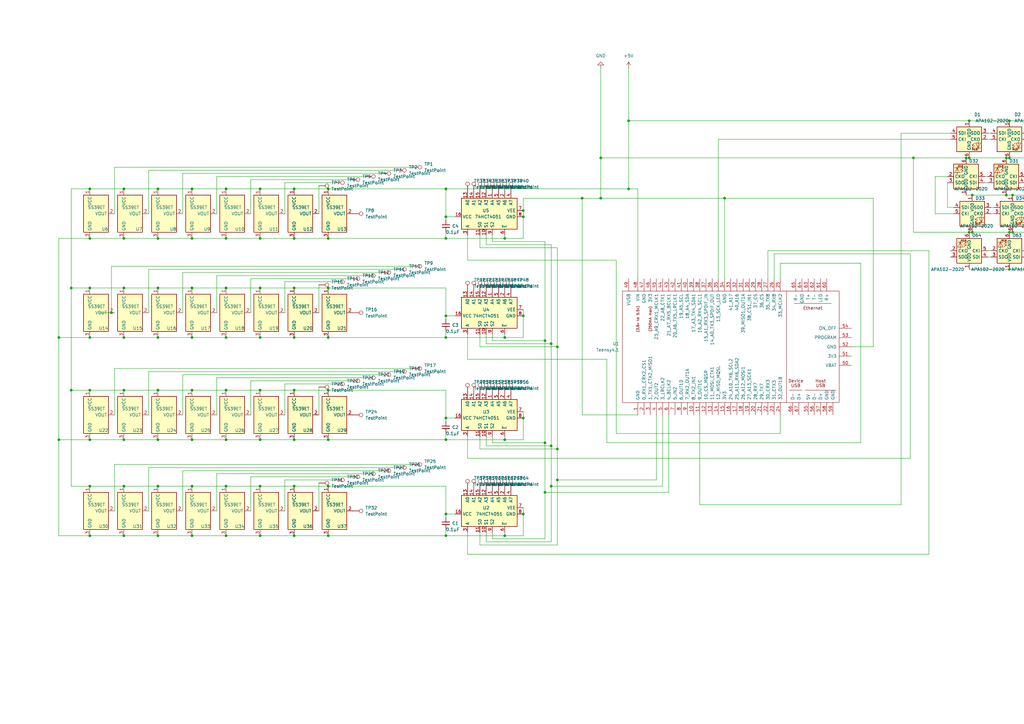
<source format=kicad_sch>
(kicad_sch (version 20211123) (generator eeschema)
  (paper "A3")
  (title_block (title "Teensy 4.1 Hallsensor Array  Rotor") (date "2023-03-16") (rev "1.0"))
  (junction (at 529.59 95.25))
  (junction (at 412.75 64.77))
  (junction (at 497.84 95.25))
  (junction (at 577.85 80.01))
  (junction (at 481.33 95.25))
  (junction (at 496.57 95.25))
  (junction (at 36.83 118.11))
  (junction (at 643.89 80.01))
  (junction (at 546.1 64.77))
  (junction (at 528.32 80.01))
  (junction (at 643.89 64.77))
  (junction (at 78.74 219.71))
  (junction (at 92.71 219.71))
  (junction (at 134.62 219.71))
  (junction (at 430.53 64.77))
  (junction (at 530.86 80.01))
  (junction (at 374.65 64.77))
  (junction (at 78.74 199.39))
  (junction (at 579.12 64.77))
  (junction (at 562.61 95.25))
  (junction (at 645.16 110.49))
  (junction (at 64.77 97.79))
  (junction (at 207.01 97.79))
  (junction (at 92.71 138.43))
  (junction (at 580.39 95.25))
  (junction (at 660.4 80.01))
  (junction (at 496.57 110.49))
  (junction (at 415.29 95.25))
  (junction (at 481.33 80.01))
  (junction (at 431.8 95.25))
  (junction (at 120.65 118.11))
  (junction (at 182.88 129.54))
  (junction (at 610.87 80.01))
  (junction (at 182.88 77.47))
  (junction (at 579.12 49.53))
  (junction (at 134.62 160.02))
  (junction (at 544.83 80.01))
  (junction (at 580.39 80.01))
  (junction (at 182.88 180.34))
  (junction (at 182.88 97.79))
  (junction (at 480.06 49.53))
  (junction (at 430.53 49.53))
  (junction (at 612.14 49.53))
  (junction (at 562.61 64.77))
  (junction (at 595.63 64.77))
  (junction (at 64.77 219.71))
  (junction (at 50.8 97.79))
  (junction (at 463.55 64.77))
  (junction (at 214.63 129.54))
  (junction (at 120.65 160.02))
  (junction (at 92.71 199.39))
  (junction (at 430.53 95.25))
  (junction (at 544.83 64.77))
  (junction (at 496.57 64.77))
  (junction (at 563.88 80.01))
  (junction (at 628.65 110.49))
  (junction (at 495.3 64.77))
  (junction (at 50.8 138.43))
  (junction (at 595.63 95.25))
  (junction (at 463.55 49.53))
  (junction (at 627.38 80.01))
  (junction (at 45.72 128.27))
  (junction (at 612.14 64.77))
  (junction (at 448.31 80.01))
  (junction (at 214.63 171.45))
  (junction (at 528.32 64.77))
  (junction (at 464.82 95.25))
  (junction (at 478.79 64.77))
  (junction (at 513.08 49.53))
  (junction (at 547.37 80.01))
  (junction (at 120.65 77.47))
  (junction (at 64.77 118.11))
  (junction (at 480.06 64.77))
  (junction (at 445.77 64.77))
  (junction (at 92.71 97.79))
  (junction (at 562.61 110.49))
  (junction (at 448.31 95.25))
  (junction (at 120.65 138.43))
  (junction (at 50.8 160.02))
  (junction (at 50.8 77.47))
  (junction (at 513.08 95.25))
  (junction (at 529.59 110.49))
  (junction (at 511.81 80.01))
  (junction (at 24.13 180.34))
  (junction (at 182.88 138.43))
  (junction (at 120.65 219.71))
  (junction (at 596.9 95.25))
  (junction (at 257.81 77.47))
  (junction (at 463.55 95.25))
  (junction (at 214.63 88.9))
  (junction (at 134.62 138.43))
  (junction (at 78.74 77.47))
  (junction (at 78.74 138.43))
  (junction (at 50.8 199.39))
  (junction (at 36.83 199.39))
  (junction (at 447.04 95.25))
  (junction (at 447.04 49.53))
  (junction (at 238.76 81.28))
  (junction (at 594.36 64.77))
  (junction (at 595.63 110.49))
  (junction (at 628.65 64.77))
  (junction (at 513.08 110.49))
  (junction (at 478.79 80.01))
  (junction (at 463.55 110.49))
  (junction (at 646.43 80.01))
  (junction (at 64.77 160.02))
  (junction (at 78.74 160.02))
  (junction (at 497.84 80.01))
  (junction (at 529.59 64.77))
  (junction (at 546.1 49.53))
  (junction (at 106.68 219.71))
  (junction (at 613.41 80.01))
  (junction (at 628.65 49.53))
  (junction (at 415.29 80.01))
  (junction (at 120.65 180.34))
  (junction (at 480.06 110.49))
  (junction (at 429.26 80.01))
  (junction (at 134.62 118.11))
  (junction (at 398.78 80.01))
  (junction (at 36.83 77.47))
  (junction (at 64.77 138.43))
  (junction (at 106.68 97.79))
  (junction (at 613.41 95.25))
  (junction (at 106.68 77.47))
  (junction (at 120.65 97.79))
  (junction (at 412.75 80.01))
  (junction (at 612.14 95.25))
  (junction (at 106.68 199.39))
  (junction (at 92.71 180.34))
  (junction (at 246.38 81.28))
  (junction (at 78.74 180.34))
  (junction (at 228.6 142.24))
  (junction (at 396.24 64.77))
  (junction (at 561.34 64.77))
  (junction (at 223.52 201.93))
  (junction (at 36.83 138.43))
  (junction (at 529.59 49.53))
  (junction (at 228.6 184.15))
  (junction (at 627.38 64.77))
  (junction (at 223.52 139.7))
  (junction (at 594.36 80.01))
  (junction (at 226.06 182.88))
  (junction (at 645.16 49.53))
  (junction (at 464.82 80.01))
  (junction (at 106.68 180.34))
  (junction (at 610.87 64.77))
  (junction (at 36.83 160.02))
  (junction (at 29.21 160.02))
  (junction (at 530.86 95.25))
  (junction (at 207.01 180.34))
  (junction (at 214.63 86.36))
  (junction (at 223.52 181.61))
  (junction (at 546.1 110.49))
  (junction (at 628.65 95.25))
  (junction (at 414.02 110.49))
  (junction (at 629.92 80.01))
  (junction (at 430.53 110.49))
  (junction (at 24.13 138.43))
  (junction (at 562.61 49.53))
  (junction (at 134.62 199.39))
  (junction (at 257.81 49.53))
  (junction (at 561.34 80.01))
  (junction (at 496.57 49.53))
  (junction (at 445.77 80.01))
  (junction (at 579.12 110.49))
  (junction (at 447.04 64.77))
  (junction (at 78.74 118.11))
  (junction (at 431.8 80.01))
  (junction (at 511.81 64.77))
  (junction (at 92.71 118.11))
  (junction (at 414.02 95.25))
  (junction (at 207.01 219.71))
  (junction (at 398.78 95.25))
  (junction (at 78.74 97.79))
  (junction (at 120.65 199.39))
  (junction (at 612.14 110.49))
  (junction (at 182.88 171.45))
  (junction (at 462.28 80.01))
  (junction (at 226.06 199.39))
  (junction (at 106.68 160.02))
  (junction (at 514.35 80.01))
  (junction (at 414.02 49.53))
  (junction (at 462.28 64.77))
  (junction (at 50.8 118.11))
  (junction (at 645.16 95.25))
  (junction (at 495.3 80.01))
  (junction (at 106.68 118.11))
  (junction (at 182.88 88.9))
  (junction (at 226.06 140.97))
  (junction (at 547.37 95.25))
  (junction (at 207.01 138.43))
  (junction (at 514.35 95.25))
  (junction (at 513.08 64.77))
  (junction (at 106.68 138.43))
  (junction (at 50.8 219.71))
  (junction (at 134.62 97.79))
  (junction (at 480.06 95.25))
  (junction (at 92.71 77.47))
  (junction (at 563.88 95.25))
  (junction (at 64.77 180.34))
  (junction (at 228.6 196.85))
  (junction (at 29.21 118.11))
  (junction (at 447.04 110.49))
  (junction (at 397.51 95.25))
  (junction (at 50.8 180.34))
  (junction (at 414.02 64.77))
  (junction (at 64.77 199.39))
  (junction (at 246.38 64.77))
  (junction (at 36.83 219.71))
  (junction (at 182.88 210.82))
  (junction (at 36.83 97.79))
  (junction (at 134.62 180.34))
  (junction (at 36.83 180.34))
  (junction (at 134.62 77.47))
  (junction (at 397.51 49.53))
  (junction (at 182.88 219.71))
  (junction (at 64.77 77.47))
  (junction (at 214.63 210.82))
  (junction (at 595.63 49.53))
  (junction (at 577.85 64.77))
  (junction (at 579.12 95.25))
  (junction (at 429.26 64.77))
  (junction (at 92.71 160.02))
  (junction (at 629.92 95.25))
  (junction (at 546.1 95.25))
  (junction (at 397.51 64.77))
  (junction (at 297.18 81.28))
  (junction (at 596.9 80.01))
  (wire (pts (xy 652.78 72.39) (xy 651.51 72.39)))
  (wire (pts (xy 429.26 80.01) (xy 431.8 80.01)))
  (wire (pts (xy 619.76 105.41) (xy 621.03 105.41)))
  (wire (pts (xy 168.91 151.13) (xy 46.99 151.13)))
  (wire (pts (xy 447.04 64.77) (xy 445.77 64.77)))
  (wire (pts (xy 421.64 105.41) (xy 422.91 105.41)))
  (wire (pts (xy 396.24 64.77) (xy 397.51 64.77)))
  (wire (pts (xy 353.06 107.95) (xy 320.04 107.95)))
  (wire (pts (xy 120.65 77.47) (xy 134.62 77.47)))
  (wire (pts (xy 553.72 57.15) (xy 554.99 57.15)))
  (wire (pts (xy 397.51 95.25) (xy 398.78 95.25)))
  (wire (pts (xy 92.71 219.71) (xy 106.68 219.71)))
  (wire (pts (xy 214.63 219.71) (xy 214.63 210.82)))
  (wire (pts (xy 60.96 152.4) (xy 60.96 170.18)))
  (wire (pts (xy 74.93 193.04) (xy 74.93 209.55)))
  (wire (pts (xy 143.51 156.21) (xy 102.87 156.21)))
  (wire (pts (xy 226.06 222.25) (xy 199.39 222.25)))
  (wire (pts (xy 64.77 97.79) (xy 78.74 97.79)))
  (wire (pts (xy 149.86 194.31) (xy 88.9 194.31)))
  (wire (pts (xy 214.63 81.28) (xy 214.63 86.36)))
  (wire (pts (xy 199.39 182.88) (xy 226.06 182.88)))
  (wire (pts (xy 226.06 182.88) (xy 226.06 199.39)))
  (wire (pts (xy 130.81 198.12) (xy 130.81 209.55)))
  (wire (pts (xy 130.81 158.75) (xy 130.81 170.18)))
  (wire (pts (xy 554.99 87.63) (xy 556.26 87.63)))
  (wire (pts (xy 612.14 110.49) (xy 595.63 110.49)))
  (wire (pts (xy 36.83 118.11) (xy 50.8 118.11)))
  (wire (pts (xy 78.74 219.71) (xy 92.71 219.71)))
  (wire (pts (xy 643.89 80.01) (xy 646.43 80.01)))
  (wire (pts (xy 636.27 54.61) (xy 637.54 54.61)))
  (wire (pts (xy 156.21 111.76) (xy 74.93 111.76)))
  (wire (pts (xy 88.9 72.39) (xy 88.9 87.63)))
  (wire (pts (xy 60.96 69.85) (xy 60.96 87.63)))
  (wire (pts (xy 563.88 95.25) (xy 579.12 95.25)))
  (wire (pts (xy 438.15 54.61) (xy 439.42 54.61)))
  (wire (pts (xy 487.68 102.87) (xy 488.95 102.87)))
  (wire (pts (xy 535.94 72.39) (xy 537.21 72.39)))
  (wire (pts (xy 74.93 153.67) (xy 74.93 170.18)))
  (wire (pts (xy 464.82 80.01) (xy 462.28 80.01)))
  (wire (pts (xy 201.93 179.07) (xy 201.93 181.61)))
  (wire (pts (xy 405.13 54.61) (xy 406.4 54.61)))
  (wire (pts (xy 657.86 85.09) (xy 657.86 105.41)))
  (wire (pts (xy 29.21 118.11) (xy 36.83 118.11)))
  (wire (pts (xy 478.79 64.77) (xy 463.55 64.77)))
  (wire (pts (xy 182.88 160.02) (xy 182.88 171.45)))
  (wire (pts (xy 24.13 97.79) (xy 36.83 97.79)))
  (wire (pts (xy 521.97 85.09) (xy 523.24 85.09)))
  (wire (pts (xy 182.88 130.81) (xy 182.88 129.54)))
  (wire (pts (xy 106.68 77.47) (xy 120.65 77.47)))
  (wire (pts (xy 586.74 102.87) (xy 588.01 102.87)))
  (wire (pts (xy 579.12 49.53) (xy 595.63 49.53)))
  (wire (pts (xy 480.06 95.25) (xy 464.82 95.25)))
  (wire (pts (xy 454.66 105.41) (xy 455.93 105.41)))
  (wire (pts (xy 637.54 85.09) (xy 638.81 85.09)))
  (wire (pts (xy 116.84 157.48) (xy 116.84 170.18)))
  (wire (pts (xy 246.38 81.28) (xy 297.18 81.28)))
  (wire (pts (xy 619.76 102.87) (xy 621.03 102.87)))
  (wire (pts (xy 199.39 222.25) (xy 199.39 218.44)))
  (wire (pts (xy 521.97 87.63) (xy 523.24 87.63)))
  (wire (pts (xy 486.41 72.39) (xy 487.68 72.39)))
  (wire (pts (xy 78.74 138.43) (xy 92.71 138.43)))
  (wire (pts (xy 570.23 102.87) (xy 571.5 102.87)))
  (wire (pts (xy 561.34 64.77) (xy 546.1 64.77)))
  (wire (pts (xy 397.51 49.53) (xy 414.02 49.53)))
  (wire (pts (xy 628.65 64.77) (xy 643.89 64.77)))
  (wire (pts (xy 78.74 77.47) (xy 92.71 77.47)))
  (wire (pts (xy 594.36 64.77) (xy 595.63 64.77)))
  (wire (pts (xy 92.71 118.11) (xy 106.68 118.11)))
  (wire (pts (xy 191.77 218.44) (xy 191.77 227.33)))
  (wire (pts (xy 24.13 219.71) (xy 36.83 219.71)))
  (wire (pts (xy 320.04 107.95) (xy 320.04 114.3)))
  (wire (pts (xy 420.37 74.93) (xy 421.64 74.93)))
  (wire (pts (xy 252.73 177.8) (xy 320.04 177.8)))
  (wire (pts (xy 226.06 199.39) (xy 271.78 199.39)))
  (wire (pts (xy 207.01 179.07) (xy 207.01 180.34)))
  (wire (pts (xy 214.63 180.34) (xy 214.63 171.45)))
  (wire (pts (xy 246.38 27.94) (xy 246.38 64.77)))
  (wire (pts (xy 287.02 170.18) (xy 287.02 207.01)))
  (wire (pts (xy 495.3 64.77) (xy 480.06 64.77)))
  (wire (pts (xy 618.49 72.39) (xy 619.76 72.39)))
  (wire (pts (xy 320.04 170.18) (xy 320.04 177.8)))
  (wire (pts (xy 143.51 114.3) (xy 102.87 114.3)))
  (wire (pts (xy 287.02 207.01) (xy 369.57 207.01)))
  (wire (pts (xy 374.65 64.77) (xy 396.24 64.77)))
  (wire (pts (xy 29.21 160.02) (xy 29.21 199.39)))
  (wire (pts (xy 60.96 152.4) (xy 162.56 152.4)))
  (wire (pts (xy 577.85 64.77) (xy 579.12 64.77)))
  (wire (pts (xy 495.3 80.01) (xy 481.33 80.01)))
  (wire (pts (xy 601.98 72.39) (xy 603.25 72.39)))
  (wire (pts (xy 529.59 110.49) (xy 513.08 110.49)))
  (wire (pts (xy 657.86 54.61) (xy 657.86 74.93)))
  (wire (pts (xy 102.87 195.58) (xy 102.87 209.55)))
  (wire (pts (xy 586.74 54.61) (xy 588.01 54.61)))
  (wire (pts (xy 629.92 80.01) (xy 643.89 80.01)))
  (wire (pts (xy 420.37 72.39) (xy 421.64 72.39)))
  (wire (pts (xy 561.34 80.01) (xy 547.37 80.01)))
  (wire (pts (xy 603.25 57.15) (xy 604.52 57.15)))
  (wire (pts (xy 511.81 80.01) (xy 497.84 80.01)))
  (wire (pts (xy 182.88 77.47) (xy 182.88 88.9)))
  (wire (pts (xy 472.44 87.63) (xy 473.71 87.63)))
  (wire (pts (xy 535.94 74.93) (xy 537.21 74.93)))
  (wire (pts (xy 478.79 80.01) (xy 481.33 80.01)))
  (wire (pts (xy 269.24 170.18) (xy 269.24 196.85)))
  (wire (pts (xy 46.99 151.13) (xy 46.99 170.18)))
  (wire (pts (xy 358.14 81.28) (xy 297.18 81.28)))
  (wire (pts (xy 214.63 208.28) (xy 214.63 210.82)))
  (wire (pts (xy 207.01 218.44) (xy 207.01 219.71)))
  (wire (pts (xy 635 74.93) (xy 636.27 74.93)))
  (wire (pts (xy 78.74 180.34) (xy 92.71 180.34)))
  (wire (pts (xy 627.38 64.77) (xy 612.14 64.77)))
  (wire (pts (xy 480.06 49.53) (xy 496.57 49.53)))
  (wire (pts (xy 454.66 102.87) (xy 455.93 102.87)))
  (wire (pts (xy 469.9 74.93) (xy 471.17 74.93)))
  (wire (pts (xy 547.37 80.01) (xy 544.83 80.01)))
  (wire (pts (xy 480.06 95.25) (xy 481.33 95.25)))
  (wire (pts (xy 454.66 54.61) (xy 455.93 54.61)))
  (wire (pts (xy 116.84 196.85) (xy 116.84 209.55)))
  (wire (pts (xy 513.08 49.53) (xy 529.59 49.53)))
  (wire (pts (xy 406.4 85.09) (xy 407.67 85.09)))
  (wire (pts (xy 486.41 74.93) (xy 487.68 74.93)))
  (wire (pts (xy 196.85 101.6) (xy 228.6 101.6)))
  (wire (pts (xy 546.1 49.53) (xy 562.61 49.53)))
  (wire (pts (xy 36.83 219.71) (xy 50.8 219.71)))
  (wire (pts (xy 553.72 54.61) (xy 554.99 54.61)))
  (wire (pts (xy 388.62 74.93) (xy 388.62 85.09)))
  (wire (pts (xy 660.4 80.01) (xy 660.4 110.49)))
  (wire (pts (xy 228.6 223.52) (xy 196.85 223.52)))
  (wire (pts (xy 544.83 80.01) (xy 530.86 80.01)))
  (wire (pts (xy 610.87 80.01) (xy 596.9 80.01)))
  (wire (pts (xy 196.85 223.52) (xy 196.85 218.44)))
  (wire (pts (xy 120.65 180.34) (xy 134.62 180.34)))
  (wire (pts (xy 472.44 85.09) (xy 473.71 85.09)))
  (wire (pts (xy 92.71 160.02) (xy 106.68 160.02)))
  (wire (pts (xy 438.15 57.15) (xy 439.42 57.15)))
  (wire (pts (xy 502.92 74.93) (xy 504.19 74.93)))
  (wire (pts (xy 182.88 88.9) (xy 186.69 88.9)))
  (wire (pts (xy 577.85 80.01) (xy 563.88 80.01)))
  (wire (pts (xy 168.91 109.22) (xy 45.72 109.22)))
  (wire (pts (xy 369.57 207.01) (xy 369.57 54.61)))
  (wire (pts (xy 629.92 95.25) (xy 645.16 95.25)))
  (wire (pts (xy 24.13 180.34) (xy 36.83 180.34)))
  (wire (pts (xy 207.01 137.16) (xy 207.01 138.43)))
  (wire (pts (xy 64.77 138.43) (xy 78.74 138.43)))
  (wire (pts (xy 429.26 64.77) (xy 430.53 64.77)))
  (wire (pts (xy 478.79 64.77) (xy 480.06 64.77)))
  (wire (pts (xy 92.71 138.43) (xy 106.68 138.43)))
  (wire (pts (xy 553.72 105.41) (xy 554.99 105.41)))
  (wire (pts (xy 60.96 191.77) (xy 162.56 191.77)))
  (wire (pts (xy 436.88 72.39) (xy 438.15 72.39)))
  (wire (pts (xy 504.19 54.61) (xy 505.46 54.61)))
  (wire (pts (xy 120.65 118.11) (xy 134.62 118.11)))
  (wire (pts (xy 116.84 74.93) (xy 116.84 87.63)))
  (wire (pts (xy 588.01 85.09) (xy 589.28 85.09)))
  (wire (pts (xy 257.81 77.47) (xy 261.62 77.47)))
  (wire (pts (xy 182.88 212.09) (xy 182.88 210.82)))
  (wire (pts (xy 261.62 77.47) (xy 261.62 114.3)))
  (wire (pts (xy 182.88 217.17) (xy 182.88 219.71)))
  (wire (pts (xy 430.53 110.49) (xy 414.02 110.49)))
  (wire (pts (xy 504.19 102.87) (xy 505.46 102.87)))
  (wire (pts (xy 314.96 102.87) (xy 314.96 114.3)))
  (wire (pts (xy 537.21 102.87) (xy 538.48 102.87)))
  (wire (pts (xy 463.55 95.25) (xy 448.31 95.25)))
  (wire (pts (xy 546.1 110.49) (xy 529.59 110.49)))
  (wire (pts (xy 50.8 199.39) (xy 64.77 199.39)))
  (wire (pts (xy 383.54 87.63) (xy 391.16 87.63)))
  (wire (pts (xy 24.13 180.34) (xy 24.13 219.71)))
  (wire (pts (xy 586.74 105.41) (xy 588.01 105.41)))
  (wire (pts (xy 562.61 49.53) (xy 579.12 49.53)))
  (wire (pts (xy 199.39 137.16) (xy 199.39 140.97)))
  (wire (pts (xy 405.13 57.15) (xy 406.4 57.15)))
  (wire (pts (xy 78.74 160.02) (xy 92.71 160.02)))
  (wire (pts (xy 603.25 54.61) (xy 604.52 54.61)))
  (wire (pts (xy 496.57 110.49) (xy 480.06 110.49)))
  (wire (pts (xy 45.72 109.22) (xy 45.72 128.27)))
  (wire (pts (xy 196.85 137.16) (xy 196.85 142.24)))
  (wire (pts (xy 36.83 160.02) (xy 50.8 160.02)))
  (wire (pts (xy 654.05 102.87) (xy 654.05 87.63)))
  (wire (pts (xy 116.84 115.57) (xy 116.84 128.27)))
  (wire (pts (xy 636.27 102.87) (xy 637.54 102.87)))
  (wire (pts (xy 505.46 87.63) (xy 506.73 87.63)))
  (wire (pts (xy 657.86 74.93) (xy 651.51 74.93)))
  (wire (pts (xy 415.29 80.01) (xy 412.75 80.01)))
  (wire (pts (xy 618.49 74.93) (xy 619.76 74.93)))
  (wire (pts (xy 447.04 95.25) (xy 448.31 95.25)))
  (wire (pts (xy 635 72.39) (xy 636.27 72.39)))
  (wire (pts (xy 445.77 64.77) (xy 430.53 64.77)))
  (wire (pts (xy 130.81 76.2) (xy 130.81 87.63)))
  (wire (pts (xy 373.38 104.14) (xy 317.5 104.14)))
  (wire (pts (xy 480.06 110.49) (xy 463.55 110.49)))
  (wire (pts (xy 24.13 138.43) (xy 24.13 180.34)))
  (wire (pts (xy 537.21 57.15) (xy 538.48 57.15)))
  (wire (pts (xy 134.62 160.02) (xy 182.88 160.02)))
  (wire (pts (xy 596.9 95.25) (xy 595.63 95.25)))
  (wire (pts (xy 214.63 138.43) (xy 214.63 129.54)))
  (wire (pts (xy 528.32 64.77) (xy 513.08 64.77)))
  (wire (pts (xy 586.74 57.15) (xy 588.01 57.15)))
  (wire (pts (xy 168.91 68.58) (xy 46.99 68.58)))
  (wire (pts (xy 191.77 137.16) (xy 191.77 147.32)))
  (wire (pts (xy 226.06 100.33) (xy 226.06 140.97)))
  (wire (pts (xy 36.83 97.79) (xy 50.8 97.79)))
  (wire (pts (xy 471.17 102.87) (xy 472.44 102.87)))
  (wire (pts (xy 143.51 73.66) (xy 102.87 73.66)))
  (wire (pts (xy 405.13 102.87) (xy 406.4 102.87)))
  (wire (pts (xy 502.92 72.39) (xy 504.19 72.39)))
  (wire (pts (xy 561.34 80.01) (xy 563.88 80.01)))
  (wire (pts (xy 182.88 199.39) (xy 182.88 210.82)))
  (wire (pts (xy 156.21 153.67) (xy 74.93 153.67)))
  (wire (pts (xy 471.17 105.41) (xy 472.44 105.41)))
  (wire (pts (xy 610.87 64.77) (xy 612.14 64.77)))
  (wire (pts (xy 223.52 99.06) (xy 223.52 139.7)))
  (wire (pts (xy 553.72 102.87) (xy 554.99 102.87)))
  (wire (pts (xy 628.65 95.25) (xy 613.41 95.25)))
  (wire (pts (xy 436.88 74.93) (xy 438.15 74.93)))
  (wire (pts (xy 106.68 219.71) (xy 120.65 219.71)))
  (wire (pts (xy 201.93 139.7) (xy 223.52 139.7)))
  (wire (pts (xy 513.08 95.25) (xy 497.84 95.25)))
  (wire (pts (xy 455.93 85.09) (xy 457.2 85.09)))
  (wire (pts (xy 201.93 220.98) (xy 201.93 218.44)))
  (wire (pts (xy 149.86 154.94) (xy 88.9 154.94)))
  (wire (pts (xy 223.52 201.93) (xy 223.52 220.98)))
  (wire (pts (xy 196.85 96.52) (xy 196.85 101.6)))
  (wire (pts (xy 462.28 64.77) (xy 463.55 64.77)))
  (wire (pts (xy 116.84 157.48) (xy 137.16 157.48)))
  (wire (pts (xy 373.38 187.96) (xy 373.38 104.14)))
  (wire (pts (xy 645.16 110.49) (xy 628.65 110.49)))
  (wire (pts (xy 447.04 95.25) (xy 431.8 95.25)))
  (wire (pts (xy 570.23 57.15) (xy 571.5 57.15)))
  (wire (pts (xy 453.39 74.93) (xy 454.66 74.93)))
  (wire (pts (xy 46.99 68.58) (xy 46.99 87.63)))
  (wire (pts (xy 29.21 199.39) (xy 36.83 199.39)))
  (wire (pts (xy 455.93 87.63) (xy 457.2 87.63)))
  (wire (pts (xy 143.51 195.58) (xy 102.87 195.58)))
  (wire (pts (xy 568.96 74.93) (xy 570.23 74.93)))
  (wire (pts (xy 248.92 147.32) (xy 248.92 181.61)))
  (wire (pts (xy 398.78 80.01) (xy 396.24 80.01)))
  (wire (pts (xy 463.55 49.53) (xy 480.06 49.53)))
  (wire (pts (xy 528.32 80.01) (xy 530.86 80.01)))
  (wire (pts (xy 134.62 77.47) (xy 182.88 77.47)))
  (wire (pts (xy 261.62 170.18) (xy 238.76 170.18)))
  (wire (pts (xy 182.88 77.47) (xy 257.81 77.47)))
  (wire (pts (xy 652.78 102.87) (xy 654.05 102.87)))
  (wire (pts (xy 537.21 105.41) (xy 538.48 105.41)))
  (wire (pts (xy 422.91 87.63) (xy 424.18 87.63)))
  (wire (pts (xy 50.8 219.71) (xy 64.77 219.71)))
  (wire (pts (xy 50.8 180.34) (xy 64.77 180.34)))
  (wire (pts (xy 439.42 85.09) (xy 440.69 85.09)))
  (wire (pts (xy 613.41 80.01) (xy 627.38 80.01)))
  (wire (pts (xy 403.86 74.93) (xy 405.13 74.93)))
  (wire (pts (xy 429.26 80.01) (xy 415.29 80.01)))
  (wire (pts (xy 414.02 95.25) (xy 415.29 95.25)))
  (wire (pts (xy 412.75 80.01) (xy 398.78 80.01)))
  (wire (pts (xy 102.87 114.3) (xy 102.87 128.27)))
  (wire (pts (xy 645.16 49.53) (xy 660.4 49.53)))
  (wire (pts (xy 106.68 138.43) (xy 120.65 138.43)))
  (wire (pts (xy 504.19 57.15) (xy 505.46 57.15)))
  (wire (pts (xy 595.63 49.53) (xy 612.14 49.53)))
  (wire (pts (xy 412.75 64.77) (xy 397.51 64.77)))
  (wire (pts (xy 643.89 64.77) (xy 645.16 64.77)))
  (wire (pts (xy 182.88 177.8) (xy 182.88 180.34)))
  (wire (pts (xy 207.01 96.52) (xy 207.01 97.79)))
  (wire (pts (xy 36.83 199.39) (xy 50.8 199.39)))
  (wire (pts (xy 207.01 138.43) (xy 214.63 138.43)))
  (wire (pts (xy 182.88 171.45) (xy 186.69 171.45)))
  (wire (pts (xy 92.71 77.47) (xy 106.68 77.47)))
  (wire (pts (xy 50.8 77.47) (xy 64.77 77.47)))
  (wire (pts (xy 546.1 95.25) (xy 530.86 95.25)))
  (wire (pts (xy 505.46 85.09) (xy 506.73 85.09)))
  (wire (pts (xy 496.57 64.77) (xy 511.81 64.77)))
  (wire (pts (xy 414.02 110.49) (xy 397.51 110.49)))
  (wire (pts (xy 421.64 57.15) (xy 422.91 57.15)))
  (wire (pts (xy 120.65 219.71) (xy 134.62 219.71)))
  (wire (pts (xy 538.48 87.63) (xy 539.75 87.63)))
  (wire (pts (xy 405.13 105.41) (xy 406.4 105.41)))
  (wire (pts (xy 619.76 57.15) (xy 621.03 57.15)))
  (wire (pts (xy 430.53 49.53) (xy 447.04 49.53)))
  (wire (pts (xy 530.86 95.25) (xy 529.59 95.25)))
  (wire (pts (xy 438.15 105.41) (xy 439.42 105.41)))
  (wire (pts (xy 223.52 220.98) (xy 201.93 220.98)))
  (wire (pts (xy 137.16 74.93) (xy 116.84 74.93)))
  (wire (pts (xy 252.73 106.68) (xy 252.73 177.8)))
  (wire (pts (xy 381 102.87) (xy 314.96 102.87)))
  (wire (pts (xy 201.93 99.06) (xy 223.52 99.06)))
  (wire (pts (xy 585.47 74.93) (xy 586.74 74.93)))
  (wire (pts (xy 528.32 64.77) (xy 529.59 64.77)))
  (wire (pts (xy 269.24 196.85) (xy 228.6 196.85)))
  (wire (pts (xy 271.78 170.18) (xy 271.78 199.39)))
  (wire (pts (xy 60.96 69.85) (xy 162.56 69.85)))
  (wire (pts (xy 447.04 110.49) (xy 430.53 110.49)))
  (wire (pts (xy 487.68 54.61) (xy 488.95 54.61)))
  (wire (pts (xy 120.65 138.43) (xy 134.62 138.43)))
  (wire (pts (xy 520.7 54.61) (xy 521.97 54.61)))
  (wire (pts (xy 228.6 196.85) (xy 228.6 184.15)))
  (wire (pts (xy 64.77 219.71) (xy 78.74 219.71)))
  (wire (pts (xy 45.72 128.27) (xy 46.99 128.27)))
  (wire (pts (xy 29.21 77.47) (xy 29.21 118.11)))
  (wire (pts (xy 537.21 54.61) (xy 538.48 54.61)))
  (wire (pts (xy 445.77 80.01) (xy 448.31 80.01)))
  (wire (pts (xy 60.96 110.49) (xy 162.56 110.49)))
  (wire (pts (xy 214.63 86.36) (xy 214.63 88.9)))
  (wire (pts (xy 594.36 64.77) (xy 579.12 64.77)))
  (wire (pts (xy 134.62 118.11) (xy 182.88 118.11)))
  (wire (pts (xy 182.88 210.82) (xy 186.69 210.82)))
  (wire (pts (xy 604.52 87.63) (xy 605.79 87.63)))
  (wire (pts (xy 398.78 95.25) (xy 414.02 95.25)))
  (wire (pts (xy 369.57 54.61) (xy 389.89 54.61)))
  (wire (pts (xy 156.21 71.12) (xy 74.93 71.12)))
  (wire (pts (xy 134.62 180.34) (xy 182.88 180.34)))
  (wire (pts (xy 513.08 110.49) (xy 496.57 110.49)))
  (wire (pts (xy 92.71 180.34) (xy 106.68 180.34)))
  (wire (pts (xy 92.71 199.39) (xy 106.68 199.39)))
  (wire (pts (xy 594.36 80.01) (xy 580.39 80.01)))
  (wire (pts (xy 191.77 106.68) (xy 252.73 106.68)))
  (wire (pts (xy 628.65 110.49) (xy 612.14 110.49)))
  (wire (pts (xy 429.26 64.77) (xy 414.02 64.77)))
  (wire (pts (xy 149.86 113.03) (xy 88.9 113.03)))
  (wire (pts (xy 487.68 57.15) (xy 488.95 57.15)))
  (wire (pts (xy 383.54 72.39) (xy 383.54 87.63)))
  (wire (pts (xy 182.88 219.71) (xy 207.01 219.71)))
  (wire (pts (xy 36.83 180.34) (xy 50.8 180.34)))
  (wire (pts (xy 538.48 85.09) (xy 539.75 85.09)))
  (wire (pts (xy 612.14 95.25) (xy 596.9 95.25)))
  (wire (pts (xy 568.96 72.39) (xy 570.23 72.39)))
  (wire (pts (xy 29.21 77.47) (xy 36.83 77.47)))
  (wire (pts (xy 660.4 80.01) (xy 646.43 80.01)))
  (wire (pts (xy 374.65 95.25) (xy 397.51 95.25)))
  (wire (pts (xy 106.68 97.79) (xy 120.65 97.79)))
  (wire (pts (xy 29.21 160.02) (xy 36.83 160.02)))
  (wire (pts (xy 471.17 54.61) (xy 472.44 54.61)))
  (wire (pts (xy 374.65 64.77) (xy 374.65 95.25)))
  (wire (pts (xy 552.45 72.39) (xy 553.72 72.39)))
  (wire (pts (xy 297.18 81.28) (xy 297.18 114.3)))
  (wire (pts (xy 594.36 80.01) (xy 596.9 80.01)))
  (wire (pts (xy 462.28 64.77) (xy 447.04 64.77)))
  (wire (pts (xy 50.8 97.79) (xy 64.77 97.79)))
  (wire (pts (xy 294.64 114.3) (xy 294.64 57.15)))
  (wire (pts (xy 191.77 147.32) (xy 248.92 147.32)))
  (wire (pts (xy 246.38 64.77) (xy 246.38 81.28)))
  (wire (pts (xy 120.65 160.02) (xy 134.62 160.02)))
  (wire (pts (xy 24.13 138.43) (xy 36.83 138.43)))
  (wire (pts (xy 629.92 80.01) (xy 627.38 80.01)))
  (wire (pts (xy 353.06 181.61) (xy 353.06 107.95)))
  (wire (pts (xy 223.52 201.93) (xy 274.32 201.93)))
  (wire (pts (xy 116.84 196.85) (xy 137.16 196.85)))
  (wire (pts (xy 529.59 95.25) (xy 514.35 95.25)))
  (wire (pts (xy 610.87 64.77) (xy 595.63 64.77)))
  (wire (pts (xy 514.35 80.01) (xy 511.81 80.01)))
  (wire (pts (xy 504.19 105.41) (xy 505.46 105.41)))
  (wire (pts (xy 182.88 129.54) (xy 186.69 129.54)))
  (wire (pts (xy 439.42 87.63) (xy 440.69 87.63)))
  (wire (pts (xy 36.83 138.43) (xy 50.8 138.43)))
  (wire (pts (xy 570.23 54.61) (xy 571.5 54.61)))
  (wire (pts (xy 191.77 96.52) (xy 191.77 106.68)))
  (wire (pts (xy 636.27 57.15) (xy 637.54 57.15)))
  (wire (pts (xy 246.38 81.28) (xy 238.76 81.28)))
  (wire (pts (xy 196.85 179.07) (xy 196.85 184.15)))
  (wire (pts (xy 438.15 102.87) (xy 439.42 102.87)))
  (wire (pts (xy 199.39 96.52) (xy 199.39 100.33)))
  (wire (pts (xy 496.57 95.25) (xy 481.33 95.25)))
  (wire (pts (xy 182.88 90.17) (xy 182.88 88.9)))
  (wire (pts (xy 64.77 118.11) (xy 78.74 118.11)))
  (wire (pts (xy 421.64 102.87) (xy 422.91 102.87)))
  (wire (pts (xy 182.88 97.79) (xy 207.01 97.79)))
  (wire (pts (xy 201.93 96.52) (xy 201.93 99.06)))
  (wire (pts (xy 554.99 85.09) (xy 556.26 85.09)))
  (wire (pts (xy 74.93 111.76) (xy 74.93 128.27)))
  (wire (pts (xy 636.27 105.41) (xy 637.54 105.41)))
  (wire (pts (xy 604.52 85.09) (xy 605.79 85.09)))
  (wire (pts (xy 657.86 105.41) (xy 652.78 105.41)))
  (wire (pts (xy 50.8 138.43) (xy 64.77 138.43)))
  (wire (pts (xy 182.88 118.11) (xy 182.88 129.54)))
  (wire (pts (xy 207.01 180.34) (xy 214.63 180.34)))
  (wire (pts (xy 571.5 85.09) (xy 572.77 85.09)))
  (wire (pts (xy 78.74 118.11) (xy 92.71 118.11)))
  (wire (pts (xy 577.85 80.01) (xy 580.39 80.01)))
  (wire (pts (xy 24.13 97.79) (xy 24.13 138.43)))
  (wire (pts (xy 238.76 81.28) (xy 214.63 81.28)))
  (wire (pts (xy 92.71 97.79) (xy 106.68 97.79)))
  (wire (pts (xy 120.65 199.39) (xy 134.62 199.39)))
  (wire (pts (xy 453.39 72.39) (xy 454.66 72.39)))
  (wire (pts (xy 585.47 72.39) (xy 586.74 72.39)))
  (wire (pts (xy 214.63 168.91) (xy 214.63 171.45)))
  (wire (pts (xy 544.83 64.77) (xy 529.59 64.77)))
  (wire (pts (xy 274.32 170.18) (xy 274.32 201.93)))
  (wire (pts (xy 588.01 87.63) (xy 589.28 87.63)))
  (wire (pts (xy 257.81 49.53) (xy 257.81 77.47)))
  (wire (pts (xy 603.25 105.41) (xy 604.52 105.41)))
  (wire (pts (xy 88.9 154.94) (xy 88.9 170.18)))
  (wire (pts (xy 388.62 85.09) (xy 391.16 85.09)))
  (wire (pts (xy 511.81 64.77) (xy 513.08 64.77)))
  (wire (pts (xy 130.81 116.84) (xy 130.81 128.27)))
  (wire (pts (xy 257.81 49.53) (xy 397.51 49.53)))
  (wire (pts (xy 226.06 140.97) (xy 226.06 182.88)))
  (wire (pts (xy 199.39 100.33) (xy 226.06 100.33)))
  (wire (pts (xy 199.39 140.97) (xy 226.06 140.97)))
  (wire (pts (xy 223.52 139.7) (xy 223.52 181.61)))
  (wire (pts (xy 562.61 110.49) (xy 546.1 110.49)))
  (wire (pts (xy 430.53 95.25) (xy 415.29 95.25)))
  (wire (pts (xy 257.81 27.94) (xy 257.81 49.53)))
  (wire (pts (xy 78.74 199.39) (xy 92.71 199.39)))
  (wire (pts (xy 358.14 142.24) (xy 358.14 81.28)))
  (wire (pts (xy 528.32 80.01) (xy 514.35 80.01)))
  (wire (pts (xy 652.78 54.61) (xy 657.86 54.61)))
  (wire (pts (xy 214.63 127) (xy 214.63 129.54)))
  (wire (pts (xy 487.68 105.41) (xy 488.95 105.41)))
  (wire (pts (xy 552.45 74.93) (xy 553.72 74.93)))
  (wire (pts (xy 60.96 110.49) (xy 60.96 128.27)))
  (wire (pts (xy 421.64 54.61) (xy 422.91 54.61)))
  (wire (pts (xy 496.57 64.77) (xy 495.3 64.77)))
  (wire (pts (xy 621.03 87.63) (xy 622.3 87.63)))
  (wire (pts (xy 603.25 102.87) (xy 604.52 102.87)))
  (wire (pts (xy 156.21 193.04) (xy 74.93 193.04)))
  (wire (pts (xy 201.93 137.16) (xy 201.93 139.7)))
  (wire (pts (xy 529.59 49.53) (xy 546.1 49.53)))
  (wire (pts (xy 414.02 49.53) (xy 430.53 49.53)))
  (wire (pts (xy 579.12 110.49) (xy 562.61 110.49)))
  (wire (pts (xy 645.16 95.25) (xy 646.43 95.25)))
  (wire (pts (xy 199.39 179.07) (xy 199.39 182.88)))
  (wire (pts (xy 29.21 118.11) (xy 29.21 160.02)))
  (wire (pts (xy 454.66 57.15) (xy 455.93 57.15)))
  (wire (pts (xy 619.76 54.61) (xy 621.03 54.61)))
  (wire (pts (xy 645.16 110.49) (xy 660.4 110.49)))
  (wire (pts (xy 577.85 64.77) (xy 562.61 64.77)))
  (wire (pts (xy 201.93 181.61) (xy 223.52 181.61)))
  (wire (pts (xy 652.78 57.15) (xy 652.78 72.39)))
  (wire (pts (xy 445.77 80.01) (xy 431.8 80.01)))
  (wire (pts (xy 520.7 102.87) (xy 521.97 102.87)))
  (wire (pts (xy 50.8 160.02) (xy 64.77 160.02)))
  (wire (pts (xy 579.12 95.25) (xy 580.39 95.25)))
  (wire (pts (xy 78.74 97.79) (xy 92.71 97.79)))
  (wire (pts (xy 246.38 64.77) (xy 374.65 64.77)))
  (wire (pts (xy 520.7 57.15) (xy 521.97 57.15)))
  (wire (pts (xy 168.91 190.5) (xy 46.99 190.5)))
  (wire (pts (xy 182.88 172.72) (xy 182.88 171.45)))
  (wire (pts (xy 570.23 105.41) (xy 571.5 105.41)))
  (wire (pts (xy 496.57 95.25) (xy 497.84 95.25)))
  (wire (pts (xy 106.68 199.39) (xy 120.65 199.39)))
  (wire (pts (xy 88.9 194.31) (xy 88.9 209.55)))
  (wire (pts (xy 64.77 160.02) (xy 78.74 160.02)))
  (wire (pts (xy 447.04 49.53) (xy 463.55 49.53)))
  (wire (pts (xy 519.43 72.39) (xy 520.7 72.39)))
  (wire (pts (xy 226.06 199.39) (xy 226.06 222.25)))
  (wire (pts (xy 228.6 101.6) (xy 228.6 142.24)))
  (wire (pts (xy 64.77 180.34) (xy 78.74 180.34)))
  (wire (pts (xy 36.83 77.47) (xy 50.8 77.47)))
  (wire (pts (xy 74.93 71.12) (xy 74.93 87.63)))
  (wire (pts (xy 488.95 87.63) (xy 490.22 87.63)))
  (wire (pts (xy 120.65 97.79) (xy 134.62 97.79)))
  (wire (pts (xy 430.53 95.25) (xy 431.8 95.25)))
  (wire (pts (xy 496.57 49.53) (xy 513.08 49.53)))
  (wire (pts (xy 182.88 180.34) (xy 207.01 180.34)))
  (wire (pts (xy 422.91 85.09) (xy 424.18 85.09)))
  (wire (pts (xy 546.1 95.25) (xy 547.37 95.25)))
  (wire (pts (xy 134.62 199.39) (xy 182.88 199.39)))
  (wire (pts (xy 106.68 118.11) (xy 120.65 118.11)))
  (wire (pts (xy 547.37 95.25) (xy 562.61 95.25)))
  (wire (pts (xy 191.77 187.96) (xy 373.38 187.96)))
  (wire (pts (xy 610.87 80.01) (xy 613.41 80.01)))
  (wire (pts (xy 50.8 118.11) (xy 64.77 118.11)))
  (wire (pts (xy 238.76 170.18) (xy 238.76 81.28)))
  (wire (pts (xy 520.7 105.41) (xy 521.97 105.41)))
  (wire (pts (xy 660.4 49.53) (xy 660.4 80.01)))
  (wire (pts (xy 388.62 72.39) (xy 383.54 72.39)))
  (wire (pts (xy 102.87 73.66) (xy 102.87 87.63)))
  (wire (pts (xy 612.14 95.25) (xy 613.41 95.25)))
  (wire (pts (xy 412.75 64.77) (xy 414.02 64.77)))
  (wire (pts (xy 106.68 160.02) (xy 120.65 160.02)))
  (wire (pts (xy 207.01 219.71) (xy 214.63 219.71)))
  (wire (pts (xy 463.55 110.49) (xy 447.04 110.49)))
  (wire (pts (xy 463.55 95.25) (xy 464.82 95.25)))
  (wire (pts (xy 106.68 180.34) (xy 120.65 180.34)))
  (wire (pts (xy 637.54 87.63) (xy 638.81 87.63)))
  (wire (pts (xy 478.79 80.01) (xy 464.82 80.01)))
  (wire (pts (xy 462.28 80.01) (xy 448.31 80.01)))
  (wire (pts (xy 294.64 57.15) (xy 389.89 57.15)))
  (wire (pts (xy 40.64 128.27) (xy 45.72 128.27)))
  (wire (pts (xy 228.6 196.85) (xy 228.6 223.52)))
  (wire (pts (xy 102.87 156.21) (xy 102.87 170.18)))
  (wire (pts (xy 601.98 74.93) (xy 603.25 74.93)))
  (wire (pts (xy 381 227.33) (xy 381 102.87)))
  (wire (pts (xy 182.88 135.89) (xy 182.88 138.43)))
  (wire (pts (xy 116.84 115.57) (xy 137.16 115.57)))
  (wire (pts (xy 191.77 179.07) (xy 191.77 187.96)))
  (wire (pts (xy 214.63 97.79) (xy 214.63 88.9)))
  (wire (pts (xy 134.62 138.43) (xy 182.88 138.43)))
  (wire (pts (xy 64.77 77.47) (xy 78.74 77.47)))
  (wire (pts (xy 182.88 95.25) (xy 182.88 97.79)))
  (wire (pts (xy 621.03 85.09) (xy 622.3 85.09)))
  (wire (pts (xy 563.88 95.25) (xy 562.61 95.25)))
  (wire (pts (xy 471.17 57.15) (xy 472.44 57.15)))
  (wire (pts (xy 64.77 199.39) (xy 78.74 199.39)))
  (wire (pts (xy 228.6 142.24) (xy 228.6 184.15)))
  (wire (pts (xy 317.5 104.14) (xy 317.5 114.3)))
  (wire (pts (xy 628.65 49.53) (xy 645.16 49.53)))
  (wire (pts (xy 46.99 190.5) (xy 46.99 209.55)))
  (wire (pts (xy 519.43 74.93) (xy 520.7 74.93)))
  (wire (pts (xy 88.9 113.03) (xy 88.9 128.27)))
  (wire (pts (xy 134.62 219.71) (xy 182.88 219.71)))
  (wire (pts (xy 495.3 80.01) (xy 497.84 80.01)))
  (wire (pts (xy 627.38 64.77) (xy 628.65 64.77)))
  (wire (pts (xy 628.65 95.25) (xy 629.92 95.25)))
  (wire (pts (xy 134.62 97.79) (xy 182.88 97.79)))
  (wire (pts (xy 149.86 72.39) (xy 88.9 72.39)))
  (wire (pts (xy 571.5 87.63) (xy 572.77 87.63)))
  (wire (pts (xy 403.86 72.39) (xy 405.13 72.39)))
  (wire (pts (xy 544.83 64.77) (xy 546.1 64.77)))
  (wire (pts (xy 561.34 64.77) (xy 562.61 64.77)))
  (wire (pts (xy 349.25 142.24) (xy 358.14 142.24)))
  (wire (pts (xy 60.96 191.77) (xy 60.96 209.55)))
  (wire (pts (xy 612.14 49.53) (xy 628.65 49.53)))
  (wire (pts (xy 191.77 227.33) (xy 381 227.33)))
  (wire (pts (xy 488.95 85.09) (xy 490.22 85.09)))
  (wire (pts (xy 182.88 138.43) (xy 207.01 138.43)))
  (wire (pts (xy 469.9 72.39) (xy 471.17 72.39)))
  (wire (pts (xy 196.85 142.24) (xy 228.6 142.24)))
  (wire (pts (xy 595.63 110.49) (xy 579.12 110.49)))
  (wire (pts (xy 248.92 181.61) (xy 353.06 181.61)))
  (wire (pts (xy 196.85 184.15) (xy 228.6 184.15)))
  (wire (pts (xy 406.4 87.63) (xy 407.67 87.63)))
  (wire (pts (xy 654.05 85.09) (xy 657.86 85.09)))
  (wire (pts (xy 595.63 95.25) (xy 580.39 95.25)))
  (wire (pts (xy 513.08 95.25) (xy 514.35 95.25)))
  (wire (pts (xy 223.52 181.61) (xy 223.52 201.93)))
  (wire (pts (xy 207.01 97.79) (xy 214.63 97.79)))
  (symbol (lib_id "Connector:TestPoint") (at 194.31 119.38 0) (unit 1)
    (property "Reference" "TP42" (at 196.85 114.8079 0) (effects (justify left)))
    (property "Value" "TestPoint" (at 196.85 117.3479 0) (effects (justify left)))
  )
  (symbol (lib_id "Connector:TestPoint") (at 207.01 161.29 0) (unit 1)
    (property "Reference" "TP55" (at 209.55 156.7179 0) (effects (justify left)))
    (property "Value" "TestPoint" (at 209.55 159.2579 0) (effects (justify left)))
  )
  (symbol (lib_id "Connector:TestPoint") (at 137.16 196.85 270) (unit 1)
    (property "Reference" "TP30" (at 142.24 195.5799 90) (effects (justify left)))
    (property "Value" "TestPoint" (at 142.24 198.1199 90) (effects (justify left)))
  )
  (symbol (lib_id "LED:APA102-2020") (at 546.1 57.15 0) (unit 1)
    (property "Reference" "D10" (at 548.1194 46.99 0) (effects (justify left)))
    (property "Value" "APA102-2020" (at 548.1194 49.53 0) (effects (justify left)))
    (property "Footprint" "LED_SMD:LED-APA102-2020" (effects hide))
    (property "Datasheet" "http://www.led-color.com/upload/201604/APA102-2020%20SMD%20LED.pdf" (effects hide))
  )
  (symbol (lib_id "Device:C_Small") (at 182.88 92.71 0) (unit 1)
    (property "Reference" "C4" (at 185.42 92.71 0) (effects (justify left)))
    (property "Value" "0.1µF" (at 182.88 95.25 0) (effects (justify left)))
    (property "Footprint" "Capacitor_SMD:C_0805_2012Metric_Pad1.18x1.45mm_HandSolder" (effects hide))
  )
  (symbol (lib_id "Connector:TestPoint") (at 162.56 191.77 270) (unit 1)
    (property "Reference" "TP26" (at 167.64 190.4999 90) (effects (justify left)))
    (property "Value" "TestPoint" (at 167.64 193.0399 90) (effects (justify left)))
  )
  (symbol (lib_id "74xx:74HCT4051") (at 199.39 129.54 90) (unit 1)
    (property "Reference" "U4" (at 199.39 127 90))
    (property "Value" "74HCT4051" (at 199.39 129.54 90))
    (property "Footprint" "Package_SO:SO-16_3.9x9.9mm_P1.27mm" (effects hide))
    (property "Datasheet" "http://www.ti.com/lit/ds/symlink/cd74hct4051.pdf" (effects hide))
  )
  (symbol (lib_id "Device:C_Small") (at 182.88 214.63 0) (unit 1)
    (property "Reference" "C1" (at 185.42 214.63 0) (effects (justify left)))
    (property "Value" "0.1µF" (at 182.88 217.17 0) (effects (justify left)))
    (property "Footprint" "Capacitor_SMD:C_0805_2012Metric_Pad1.18x1.45mm_HandSolder" (effects hide))
  )
  (symbol (lib_id "LED:APA102-2020") (at 478.79 72.39 180) (unit 1)
    (property "Reference" "D27" (at 483.87 66.04 0) (effects (justify left)))
    (property "Value" "APA102-2020" (at 487.68 77.47 0) (effects (justify left)))
    (property "Footprint" "LED_SMD:LED-APA102-2020" (effects hide))
    (property "Datasheet" "http://www.led-color.com/upload/201604/APA102-2020%20SMD%20LED.pdf" (effects hide))
  )
  (symbol (lib_id "Sensor_Magnetic1:SS39ET") (at 137.16 170.18 0) (unit 1)
    (property "Reference" "U29" (at 142.24 176.53 0) (effects (justify right)))
    (property "Value" "SS39ET" (at 140.97 167.64 0) (effects (justify right)))
    (property "Footprint" "Package_TO_SOT_SMD:SOT-23W" (effects hide))
    (property "Datasheet" "https://prod-edam.honeywell.com/content/dam/honeywell-edam/sps/siot/de-de/products/sensors/magnetic-sensors/linear-and-angle-sensor-ics/common/documents/sps-siot-ss39et-ss49e-ss59et-product-sheet-005850-3-en-ciid-50359.pdf?download=false" (effects hide))
  )
  (symbol (lib_id "Sensor_Magnetic1:SS39ET") (at 81.28 128.27 0) (unit 1)
    (property "Reference" "U17" (at 86.36 134.62 0) (effects (justify right)))
    (property "Value" "SS39ET" (at 85.09 125.73 0) (effects (justify right)))
    (property "Footprint" "Package_TO_SOT_SMD:SOT-23W" (effects hide))
    (property "Datasheet" "https://prod-edam.honeywell.com/content/dam/honeywell-edam/sps/siot/de-de/products/sensors/magnetic-sensors/linear-and-angle-sensor-ics/common/documents/sps-siot-ss39et-ss49e-ss59et-product-sheet-005850-3-en-ciid-50359.pdf?download=false" (effects hide))
  )
  (symbol (lib_id "LED:APA102-2020") (at 481.33 87.63 0) (unit 1)
    (property "Reference" "D38" (at 482.6 81.28 0) (effects (justify left)))
    (property "Value" "APA102-2020" (at 476.25 92.71 0) (effects (justify left)))
    (property "Footprint" "LED_SMD:LED-APA102-2020" (effects hide))
    (property "Datasheet" "http://www.led-color.com/upload/201604/APA102-2020%20SMD%20LED.pdf" (effects hide))
  )
  (symbol (lib_id "LED:APA102-2020") (at 495.3 72.39 180) (unit 1)
    (property "Reference" "D26" (at 500.38 66.04 0) (effects (justify left)))
    (property "Value" "APA102-2020" (at 504.19 77.47 0) (effects (justify left)))
    (property "Footprint" "LED_SMD:LED-APA102-2020" (effects hide))
    (property "Datasheet" "http://www.led-color.com/upload/201604/APA102-2020%20SMD%20LED.pdf" (effects hide))
  )
  (symbol (lib_id "LED:APA102-2020") (at 445.77 72.39 180) (unit 1)
    (property "Reference" "D29" (at 450.85 66.04 0) (effects (justify left)))
    (property "Value" "APA102-2020" (at 454.66 77.47 0) (effects (justify left)))
    (property "Footprint" "LED_SMD:LED-APA102-2020" (effects hide))
    (property "Datasheet" "http://www.led-color.com/upload/201604/APA102-2020%20SMD%20LED.pdf" (effects hide))
  )
  (symbol (lib_id "Connector:TestPoint") (at 130.81 158.75 270) (unit 1)
    (property "Reference" "TP23" (at 135.89 157.4799 90) (effects (justify left)))
    (property "Value" "TestPoint" (at 135.89 160.0199 90) (effects (justify left)))
  )
  (symbol (lib_id "LED:APA102-2020") (at 562.61 57.15 0) (unit 1)
    (property "Reference" "D11" (at 564.6294 46.99 0) (effects (justify left)))
    (property "Value" "APA102-2020" (at 564.6294 49.53 0) (effects (justify left)))
    (property "Footprint" "LED_SMD:LED-APA102-2020" (effects hide))
    (property "Datasheet" "http://www.led-color.com/upload/201604/APA102-2020%20SMD%20LED.pdf" (effects hide))
  )
  (symbol (lib_id "Connector:TestPoint") (at 204.47 78.74 0) (unit 1)
    (property "Reference" "TP38" (at 207.01 74.1679 0) (effects (justify left)))
    (property "Value" "TestPoint" (at 207.01 76.7079 0) (effects (justify left)))
  )
  (symbol (lib_id "LED:APA102-2020") (at 497.84 87.63 0) (unit 1)
    (property "Reference" "D39" (at 499.11 81.28 0) (effects (justify left)))
    (property "Value" "APA102-2020" (at 492.76 92.71 0) (effects (justify left)))
    (property "Footprint" "LED_SMD:LED-APA102-2020" (effects hide))
    (property "Datasheet" "http://www.led-color.com/upload/201604/APA102-2020%20SMD%20LED.pdf" (effects hide))
  )
  (symbol (lib_id "LED:APA102-2020") (at 431.8 87.63 0) (unit 1)
    (property "Reference" "D35" (at 433.07 81.28 0) (effects (justify left)))
    (property "Value" "APA102-2020" (at 426.72 92.71 0) (effects (justify left)))
    (property "Footprint" "LED_SMD:LED-APA102-2020" (effects hide))
    (property "Datasheet" "http://www.led-color.com/upload/201604/APA102-2020%20SMD%20LED.pdf" (effects hide))
  )
  (symbol (lib_id "LED:APA102-2020") (at 430.53 57.15 0) (unit 1)
    (property "Reference" "D3" (at 432.5494 46.99 0) (effects (justify left)))
    (property "Value" "APA102-2020" (at 432.5494 49.53 0) (effects (justify left)))
    (property "Footprint" "LED_SMD:LED-APA102-2020" (effects hide))
    (property "Datasheet" "http://www.led-color.com/upload/201604/APA102-2020%20SMD%20LED.pdf" (effects hide))
  )
  (symbol (lib_id "Device:C_Small") (at 182.88 175.26 0) (unit 1)
    (property "Reference" "C2" (at 185.42 175.26 0) (effects (justify left)))
    (property "Value" "0.1µF" (at 182.88 177.8 0) (effects (justify left)))
    (property "Footprint" "Capacitor_SMD:C_0805_2012Metric_Pad1.18x1.45mm_HandSolder" (effects hide))
  )
  (symbol (lib_id "LED:APA102-2020") (at 514.35 87.63 0) (unit 1)
    (property "Reference" "D40" (at 525.78 81.28 0) (effects (justify left)))
    (property "Value" "APA102-2020" (at 509.27 92.71 0) (effects (justify left)))
    (property "Footprint" "LED_SMD:LED-APA102-2020" (effects hide))
    (property "Datasheet" "http://www.led-color.com/upload/201604/APA102-2020%20SMD%20LED.pdf" (effects hide))
  )
  (symbol (lib_id "LED:APA102-2020") (at 643.89 72.39 180) (unit 1)
    (property "Reference" "D17" (at 648.97 66.04 0) (effects (justify left)))
    (property "Value" "APA102-2020" (at 652.78 77.47 0) (effects (justify left)))
    (property "Footprint" "LED_SMD:LED-APA102-2020" (effects hide))
    (property "Datasheet" "http://www.led-color.com/upload/201604/APA102-2020%20SMD%20LED.pdf" (effects hide))
  )
  (symbol (lib_id "LED:APA102-2020") (at 463.55 102.87 180) (unit 1)
    (property "Reference" "D60" (at 468.63 96.52 0) (effects (justify left)))
    (property "Value" "APA102-2020" (at 461.5306 110.49 0) (effects (justify left)))
    (property "Footprint" "LED_SMD:LED-APA102-2020" (effects hide))
    (property "Datasheet" "http://www.led-color.com/upload/201604/APA102-2020%20SMD%20LED.pdf" (effects hide))
  )
  (symbol (lib_id "LED:APA102-2020") (at 580.39 87.63 0) (unit 1)
    (property "Reference" "D44" (at 581.66 81.28 0) (effects (justify left)))
    (property "Value" "APA102-2020" (at 575.31 92.71 0) (effects (justify left)))
    (property "Footprint" "LED_SMD:LED-APA102-2020" (effects hide))
    (property "Datasheet" "http://www.led-color.com/upload/201604/APA102-2020%20SMD%20LED.pdf" (effects hide))
  )
  (symbol (lib_id "Connector:TestPoint") (at 137.16 74.93 270) (unit 1)
    (property "Reference" "TP6" (at 142.24 73.6599 90) (effects (justify left)))
    (property "Value" "TestPoint" (at 142.24 76.1999 90) (effects (justify left)))
  )
  (symbol (lib_id "Sensor_Magnetic1:SS39ET") (at 109.22 87.63 0) (unit 1)
    (property "Reference" "U11" (at 114.3 93.98 0) (effects (justify right)))
    (property "Value" "SS39ET" (at 113.03 85.09 0) (effects (justify right)))
    (property "Footprint" "Package_TO_SOT_SMD:SOT-23W" (effects hide))
    (property "Datasheet" "https://prod-edam.honeywell.com/content/dam/honeywell-edam/sps/siot/de-de/products/sensors/magnetic-sensors/linear-and-angle-sensor-ics/common/documents/sps-siot-ss39et-ss49e-ss59et-product-sheet-005850-3-en-ciid-50359.pdf?download=false" (effects hide))
  )
  (symbol (lib_id "Sensor_Magnetic1:SS39ET") (at 39.37 170.18 0) (unit 1)
    (property "Reference" "U22" (at 44.45 176.53 0) (effects (justify right)))
    (property "Value" "SS39ET" (at 43.18 167.64 0) (effects (justify right)))
    (property "Footprint" "Package_TO_SOT_SMD:SOT-23W" (effects hide))
    (property "Datasheet" "https://prod-edam.honeywell.com/content/dam/honeywell-edam/sps/siot/de-de/products/sensors/magnetic-sensors/linear-and-angle-sensor-ics/common/documents/sps-siot-ss39et-ss49e-ss59et-product-sheet-005850-3-en-ciid-50359.pdf?download=false" (effects hide))
  )
  (symbol (lib_id "Connector:TestPoint") (at 144.78 170.18 270) (unit 1)
    (property "Reference" "TP24" (at 149.86 168.9099 90) (effects (justify left)))
    (property "Value" "TestPoint" (at 149.86 171.4499 90) (effects (justify left)))
  )
  (symbol (lib_id "Connector:TestPoint") (at 162.56 69.85 270) (unit 1)
    (property "Reference" "TP2" (at 167.64 68.5799 90) (effects (justify left)))
    (property "Value" "TestPoint" (at 167.64 71.1199 90) (effects (justify left)))
  )
  (symbol (lib_id "Connector:TestPoint") (at 201.93 161.29 0) (unit 1)
    (property "Reference" "TP53" (at 204.47 156.7179 0) (effects (justify left)))
    (property "Value" "TestPoint" (at 204.47 159.2579 0) (effects (justify left)))
  )
  (symbol (lib_id "Connector:TestPoint") (at 199.39 78.74 0) (unit 1)
    (property "Reference" "TP36" (at 201.93 74.1679 0) (effects (justify left)))
    (property "Value" "TestPoint" (at 201.93 76.7079 0) (effects (justify left)))
  )
  (symbol (lib_id "Sensor_Magnetic1:SS39ET") (at 109.22 170.18 0) (unit 1)
    (property "Reference" "U27" (at 114.3 176.53 0) (effects (justify right)))
    (property "Value" "SS39ET" (at 113.03 167.64 0) (effects (justify right)))
    (property "Footprint" "Package_TO_SOT_SMD:SOT-23W" (effects hide))
    (property "Datasheet" "https://prod-edam.honeywell.com/content/dam/honeywell-edam/sps/siot/de-de/products/sensors/magnetic-sensors/linear-and-angle-sensor-ics/common/documents/sps-siot-ss39et-ss49e-ss59et-product-sheet-005850-3-en-ciid-50359.pdf?download=false" (effects hide))
  )
  (symbol (lib_id "LED:APA102-2020") (at 596.9 87.63 0) (unit 1)
    (property "Reference" "D45" (at 598.17 81.28 0) (effects (justify left)))
    (property "Value" "APA102-2020" (at 591.82 92.71 0) (effects (justify left)))
    (property "Footprint" "LED_SMD:LED-APA102-2020" (effects hide))
    (property "Datasheet" "http://www.led-color.com/upload/201604/APA102-2020%20SMD%20LED.pdf" (effects hide))
  )
  (symbol (lib_id "LED:APA102-2020") (at 562.61 102.87 180) (unit 1)
    (property "Reference" "D54" (at 567.69 96.52 0) (effects (justify left)))
    (property "Value" "APA102-2020" (at 560.5906 110.49 0) (effects (justify left)))
    (property "Footprint" "LED_SMD:LED-APA102-2020" (effects hide))
    (property "Datasheet" "http://www.led-color.com/upload/201604/APA102-2020%20SMD%20LED.pdf" (effects hide))
  )
  (symbol (lib_id "LED:APA102-2020") (at 546.1 102.87 180) (unit 1)
    (property "Reference" "D55" (at 551.18 96.52 0) (effects (justify left)))
    (property "Value" "APA102-2020" (at 544.0806 110.49 0) (effects (justify left)))
    (property "Footprint" "LED_SMD:LED-APA102-2020" (effects hide))
    (property "Datasheet" "http://www.led-color.com/upload/201604/APA102-2020%20SMD%20LED.pdf" (effects hide))
  )
  (symbol (lib_id "Sensor_Magnetic1:SS39ET") (at 67.31 128.27 0) (unit 1)
    (property "Reference" "U16" (at 72.39 134.62 0) (effects (justify right)))
    (property "Value" "SS39ET" (at 71.12 125.73 0) (effects (justify right)))
    (property "Footprint" "Package_TO_SOT_SMD:SOT-23W" (effects hide))
    (property "Datasheet" "https://prod-edam.honeywell.com/content/dam/honeywell-edam/sps/siot/de-de/products/sensors/magnetic-sensors/linear-and-angle-sensor-ics/common/documents/sps-siot-ss39et-ss49e-ss59et-product-sheet-005850-3-en-ciid-50359.pdf?download=false" (effects hide))
  )
  (symbol (lib_id "Sensor_Magnetic1:SS39ET") (at 81.28 87.63 0) (unit 1)
    (property "Reference" "U9" (at 86.36 93.98 0) (effects (justify right)))
    (property "Value" "SS39ET" (at 85.09 85.09 0) (effects (justify right)))
    (property "Footprint" "Package_TO_SOT_SMD:SOT-23W" (effects hide))
    (property "Datasheet" "https://prod-edam.honeywell.com/content/dam/honeywell-edam/sps/siot/de-de/products/sensors/magnetic-sensors/linear-and-angle-sensor-ics/common/documents/sps-siot-ss39et-ss49e-ss59et-product-sheet-005850-3-en-ciid-50359.pdf?download=false" (effects hide))
  )
  (symbol (lib_id "Connector:TestPoint") (at 194.31 161.29 0) (unit 1)
    (property "Reference" "TP50" (at 196.85 156.7179 0) (effects (justify left)))
    (property "Value" "TestPoint" (at 196.85 159.2579 0) (effects (justify left)))
  )
  (symbol (lib_id "Sensor_Magnetic1:SS39ET") (at 39.37 87.63 0) (unit 1)
    (property "Reference" "U6" (at 44.45 93.98 0) (effects (justify right)))
    (property "Value" "SS39ET" (at 43.18 85.09 0) (effects (justify right)))
    (property "Footprint" "Package_TO_SOT_SMD:SOT-23W" (effects hide))
    (property "Datasheet" "https://prod-edam.honeywell.com/content/dam/honeywell-edam/sps/siot/de-de/products/sensors/magnetic-sensors/linear-and-angle-sensor-ics/common/documents/sps-siot-ss39et-ss49e-ss59et-product-sheet-005850-3-en-ciid-50359.pdf?download=false" (effects hide))
  )
  (symbol (lib_id "Connector:TestPoint") (at 156.21 71.12 270) (unit 1)
    (property "Reference" "TP3" (at 161.29 69.8499 90) (effects (justify left)))
    (property "Value" "TestPoint" (at 161.29 72.3899 90) (effects (justify left)))
  )
  (symbol (lib_id "Connector:TestPoint") (at 168.91 190.5 270) (unit 1)
    (property "Reference" "TP25" (at 173.99 189.2299 90) (effects (justify left)))
    (property "Value" "TestPoint" (at 173.99 191.7699 90) (effects (justify left)))
  )
  (symbol (lib_id "Connector:TestPoint") (at 196.85 78.74 0) (unit 1)
    (property "Reference" "TP35" (at 199.39 74.1679 0) (effects (justify left)))
    (property "Value" "TestPoint" (at 199.39 76.7079 0) (effects (justify left)))
  )
  (symbol (lib_id "Sensor_Magnetic1:SS39ET") (at 95.25 128.27 0) (unit 1)
    (property "Reference" "U18" (at 100.33 134.62 0) (effects (justify right)))
    (property "Value" "SS39ET" (at 99.06 125.73 0) (effects (justify right)))
    (property "Footprint" "Package_TO_SOT_SMD:SOT-23W" (effects hide))
    (property "Datasheet" "https://prod-edam.honeywell.com/content/dam/honeywell-edam/sps/siot/de-de/products/sensors/magnetic-sensors/linear-and-angle-sensor-ics/common/documents/sps-siot-ss39et-ss49e-ss59et-product-sheet-005850-3-en-ciid-50359.pdf?download=false" (effects hide))
  )
  (symbol (lib_id "Sensor_Magnetic1:SS39ET") (at 137.16 128.27 0) (unit 1)
    (property "Reference" "U21" (at 142.24 134.62 0) (effects (justify right)))
    (property "Value" "SS39ET" (at 140.97 125.73 0) (effects (justify right)))
    (property "Footprint" "Package_TO_SOT_SMD:SOT-23W" (effects hide))
    (property "Datasheet" "https://prod-edam.honeywell.com/content/dam/honeywell-edam/sps/siot/de-de/products/sensors/magnetic-sensors/linear-and-angle-sensor-ics/common/documents/sps-siot-ss39et-ss49e-ss59et-product-sheet-005850-3-en-ciid-50359.pdf?download=false" (effects hide))
  )
  (symbol (lib_id "Connector:TestPoint") (at 149.86 72.39 270) (unit 1)
    (property "Reference" "TP4" (at 154.94 71.1199 90) (effects (justify left)))
    (property "Value" "TestPoint" (at 154.94 73.6599 90) (effects (justify left)))
  )
  (symbol (lib_id "Connector:TestPoint") (at 191.77 119.38 0) (unit 1)
    (property "Reference" "TP41" (at 194.31 114.8079 0) (effects (justify left)))
    (property "Value" "TestPoint" (at 194.31 117.3479 0) (effects (justify left)))
  )
  (symbol (lib_id "LED:APA102-2020") (at 414.02 57.15 0) (unit 1)
    (property "Reference" "D2" (at 416.0394 46.99 0) (effects (justify left)))
    (property "Value" "APA102-2020" (at 416.0394 49.53 0) (effects (justify left)))
    (property "Footprint" "LED_SMD:LED-APA102-2020" (effects hide))
    (property "Datasheet" "http://www.led-color.com/upload/201604/APA102-2020%20SMD%20LED.pdf" (effects hide))
  )
  (symbol (lib_id "LED:APA102-2020") (at 496.57 102.87 180) (unit 1)
    (property "Reference" "D58" (at 501.65 96.52 0) (effects (justify left)))
    (property "Value" "APA102-2020" (at 494.5506 110.49 0) (effects (justify left)))
    (property "Footprint" "LED_SMD:LED-APA102-2020" (effects hide))
    (property "Datasheet" "http://www.led-color.com/upload/201604/APA102-2020%20SMD%20LED.pdf" (effects hide))
  )
  (symbol (lib_id "Connector:TestPoint") (at 144.78 209.55 270) (unit 1)
    (property "Reference" "TP32" (at 149.86 208.2799 90) (effects (justify left)))
    (property "Value" "TestPoint" (at 149.86 210.8199 90) (effects (justify left)))
  )
  (symbol (lib_id "LED:APA102-2020") (at 513.08 57.15 0) (unit 1)
    (property "Reference" "D8" (at 515.0994 46.99 0) (effects (justify left)))
    (property "Value" "APA102-2020" (at 515.0994 49.53 0) (effects (justify left)))
    (property "Footprint" "LED_SMD:LED-APA102-2020" (effects hide))
    (property "Datasheet" "http://www.led-color.com/upload/201604/APA102-2020%20SMD%20LED.pdf" (effects hide))
  )
  (symbol (lib_id "LED:APA102-2020") (at 530.86 87.63 0) (unit 1)
    (property "Reference" "D41" (at 509.27 81.28 0) (effects (justify left)))
    (property "Value" "APA102-2020" (at 525.78 92.71 0) (effects (justify left)))
    (property "Footprint" "LED_SMD:LED-APA102-2020" (effects hide))
    (property "Datasheet" "http://www.led-color.com/upload/201604/APA102-2020%20SMD%20LED.pdf" (effects hide))
  )
  (symbol (lib_id "LED:APA102-2020") (at 415.29 87.63 0) (unit 1)
    (property "Reference" "D34" (at 416.56 81.28 0) (effects (justify left)))
    (property "Value" "APA102-2020" (at 410.21 92.71 0) (effects (justify left)))
    (property "Footprint" "LED_SMD:LED-APA102-2020" (effects hide))
    (property "Datasheet" "http://www.led-color.com/upload/201604/APA102-2020%20SMD%20LED.pdf" (effects hide))
  )
  (symbol (lib_id "LED:APA102-2020") (at 547.37 87.63 0) (unit 1)
    (property "Reference" "D42" (at 548.64 81.28 0) (effects (justify left)))
    (property "Value" "APA102-2020" (at 542.29 92.71 0) (effects (justify left)))
    (property "Footprint" "LED_SMD:LED-APA102-2020" (effects hide))
    (property "Datasheet" "http://www.led-color.com/upload/201604/APA102-2020%20SMD%20LED.pdf" (effects hide))
  )
  (symbol (lib_id "LED:APA102-2020") (at 595.63 102.87 180) (unit 1)
    (property "Reference" "D52" (at 600.71 96.52 0) (effects (justify left)))
    (property "Value" "APA102-2020" (at 593.6106 110.49 0) (effects (justify left)))
    (property "Footprint" "LED_SMD:LED-APA102-2020" (effects hide))
    (property "Datasheet" "http://www.led-color.com/upload/201604/APA102-2020%20SMD%20LED.pdf" (effects hide))
  )
  (symbol (lib_id "LED:APA102-2020") (at 594.36 72.39 180) (unit 1)
    (property "Reference" "D20" (at 599.44 66.04 0) (effects (justify left)))
    (property "Value" "APA102-2020" (at 603.25 77.47 0) (effects (justify left)))
    (property "Footprint" "LED_SMD:LED-APA102-2020" (effects hide))
    (property "Datasheet" "http://www.led-color.com/upload/201604/APA102-2020%20SMD%20LED.pdf" (effects hide))
  )
  (symbol (lib_id "Connector:TestPoint") (at 149.86 194.31 270) (unit 1)
    (property "Reference" "TP28" (at 154.94 193.0399 90) (effects (justify left)))
    (property "Value" "TestPoint" (at 154.94 195.5799 90) (effects (justify left)))
  )
  (symbol (lib_id "Connector:TestPoint") (at 130.81 116.84 270) (unit 1)
    (property "Reference" "TP15" (at 135.89 115.5699 90) (effects (justify left)))
    (property "Value" "TestPoint" (at 135.89 118.1099 90) (effects (justify left)))
  )
  (symbol (lib_id "LED:APA102-2020") (at 627.38 72.39 180) (unit 1)
    (property "Reference" "D18" (at 632.46 66.04 0) (effects (justify left)))
    (property "Value" "APA102-2020" (at 636.27 77.47 0) (effects (justify left)))
    (property "Footprint" "LED_SMD:LED-APA102-2020" (effects hide))
    (property "Datasheet" "http://www.led-color.com/upload/201604/APA102-2020%20SMD%20LED.pdf" (effects hide))
  )
  (symbol (lib_id "Sensor_Magnetic1:SS39ET") (at 95.25 170.18 0) (unit 1)
    (property "Reference" "U26" (at 100.33 176.53 0) (effects (justify right)))
    (property "Value" "SS39ET" (at 99.06 167.64 0) (effects (justify right)))
    (property "Footprint" "Package_TO_SOT_SMD:SOT-23W" (effects hide))
    (property "Datasheet" "https://prod-edam.honeywell.com/content/dam/honeywell-edam/sps/siot/de-de/products/sensors/magnetic-sensors/linear-and-angle-sensor-ics/common/documents/sps-siot-ss39et-ss49e-ss59et-product-sheet-005850-3-en-ciid-50359.pdf?download=false" (effects hide))
  )
  (symbol (lib_id "Connector:TestPoint") (at 137.16 115.57 270) (unit 1)
    (property "Reference" "TP14" (at 142.24 114.2999 90) (effects (justify left)))
    (property "Value" "TestPoint" (at 142.24 116.8399 90) (effects (justify left)))
  )
  (symbol (lib_id "Sensor_Magnetic1:SS39ET") (at 123.19 128.27 0) (unit 1)
    (property "Reference" "U20" (at 128.27 134.62 0) (effects (justify right)))
    (property "Value" "SS39ET" (at 127 125.73 0) (effects (justify right)))
    (property "Footprint" "Package_TO_SOT_SMD:SOT-23W" (effects hide))
    (property "Datasheet" "https://prod-edam.honeywell.com/content/dam/honeywell-edam/sps/siot/de-de/products/sensors/magnetic-sensors/linear-and-angle-sensor-ics/common/documents/sps-siot-ss39et-ss49e-ss59et-product-sheet-005850-3-en-ciid-50359.pdf?download=false" (effects hide))
  )
  (symbol (lib_id "Connector:TestPoint") (at 194.31 78.74 0) (unit 1)
    (property "Reference" "TP34" (at 196.85 74.1679 0) (effects (justify left)))
    (property "Value" "TestPoint" (at 196.85 76.7079 0) (effects (justify left)))
  )
  (symbol (lib_id "Connector:TestPoint") (at 209.55 161.29 0) (unit 1)
    (property "Reference" "TP56" (at 212.09 156.7179 0) (effects (justify left)))
    (property "Value" "TestPoint" (at 212.09 159.2579 0) (effects (justify left)))
  )
  (symbol (lib_id "Teensy:Teensy4.1") (at 316.23 142.24 90) (unit 1)
    (property "Reference" "U1" (at 254 140.9699 90) (effects (justify left)))
    (property "Value" "Teensy4.1" (at 254 143.5099 90) (effects (justify left)))
    (property "Footprint" "Downloaded:TEENSY41" (effects hide))
  )
  (symbol (lib_id "LED:APA102-2020") (at 612.14 102.87 180) (unit 1)
    (property "Reference" "D51" (at 617.22 96.52 0) (effects (justify left)))
    (property "Value" "APA102-2020" (at 610.1206 110.49 0) (effects (justify left)))
    (property "Footprint" "LED_SMD:LED-APA102-2020" (effects hide))
    (property "Datasheet" "http://www.led-color.com/upload/201604/APA102-2020%20SMD%20LED.pdf" (effects hide))
  )
  (symbol (lib_id "LED:APA102-2020") (at 629.92 87.63 0) (unit 1)
    (property "Reference" "D47" (at 631.19 81.28 0) (effects (justify left)))
    (property "Value" "APA102-2020" (at 624.84 92.71 0) (effects (justify left)))
    (property "Footprint" "LED_SMD:LED-APA102-2020" (effects hide))
    (property "Datasheet" "http://www.led-color.com/upload/201604/APA102-2020%20SMD%20LED.pdf" (effects hide))
  )
  (symbol (lib_id "LED:APA102-2020") (at 397.51 102.87 180) (unit 1)
    (property "Reference" "D64" (at 402.59 96.52 0) (effects (justify left)))
    (property "Value" "APA102-2020" (at 395.4906 110.49 0) (effects (justify left)))
    (property "Footprint" "LED_SMD:LED-APA102-2020" (effects hide))
    (property "Datasheet" "http://www.led-color.com/upload/201604/APA102-2020%20SMD%20LED.pdf" (effects hide))
  )
  (symbol (lib_id "Connector:TestPoint") (at 204.47 161.29 0) (unit 1)
    (property "Reference" "TP54" (at 207.01 156.7179 0) (effects (justify left)))
    (property "Value" "TestPoint" (at 207.01 159.2579 0) (effects (justify left)))
  )
  (symbol (lib_id "LED:APA102-2020") (at 397.51 57.15 0) (unit 1)
    (property "Reference" "D1" (at 399.5294 46.99 0) (effects (justify left)))
    (property "Value" "APA102-2020" (at 400.05 49.53 0) (effects (justify left)))
    (property "Footprint" "LED_SMD:LED-APA102-2020" (effects hide))
    (property "Datasheet" "http://www.led-color.com/upload/201604/APA102-2020%20SMD%20LED.pdf" (effects hide))
  )
  (symbol (lib_id "LED:APA102-2020") (at 610.87 72.39 180) (unit 1)
    (property "Reference" "D19" (at 615.95 66.04 0) (effects (justify left)))
    (property "Value" "APA102-2020" (at 619.76 77.47 0) (effects (justify left)))
    (property "Footprint" "LED_SMD:LED-APA102-2020" (effects hide))
    (property "Datasheet" "http://www.led-color.com/upload/201604/APA102-2020%20SMD%20LED.pdf" (effects hide))
  )
  (symbol (lib_id "Connector:TestPoint") (at 162.56 152.4 270) (unit 1)
    (property "Reference" "TP18" (at 167.64 151.1299 90) (effects (justify left)))
    (property "Value" "TestPoint" (at 167.64 153.6699 90) (effects (justify left)))
  )
  (symbol (lib_id "Connector:TestPoint") (at 209.55 78.74 0) (unit 1)
    (property "Reference" "TP40" (at 212.09 74.1679 0) (effects (justify left)))
    (property "Value" "TestPoint" (at 212.09 76.7079 0) (effects (justify left)))
  )
  (symbol (lib_id "LED:APA102-2020") (at 563.88 87.63 0) (unit 1)
    (property "Reference" "D43" (at 565.15 81.28 0) (effects (justify left)))
    (property "Value" "APA102-2020" (at 558.8 92.71 0) (effects (justify left)))
    (property "Footprint" "LED_SMD:LED-APA102-2020" (effects hide))
    (property "Datasheet" "http://www.led-color.com/upload/201604/APA102-2020%20SMD%20LED.pdf" (effects hide))
  )
  (symbol (lib_id "LED:APA102-2020") (at 544.83 72.39 180) (unit 1)
    (property "Reference" "D23" (at 549.91 66.04 0) (effects (justify left)))
    (property "Value" "APA102-2020" (at 553.72 77.47 0) (effects (justify left)))
    (property "Footprint" "LED_SMD:LED-APA102-2020" (effects hide))
    (property "Datasheet" "http://www.led-color.com/upload/201604/APA102-2020%20SMD%20LED.pdf" (effects hide))
  )
  (symbol (lib_id "Connector:TestPoint") (at 199.39 119.38 0) (unit 1)
    (property "Reference" "TP44" (at 201.93 114.8079 0) (effects (justify left)))
    (property "Value" "TestPoint" (at 201.93 117.3479 0) (effects (justify left)))
  )
  (symbol (lib_id "Connector:TestPoint") (at 199.39 161.29 0) (unit 1)
    (property "Reference" "TP52" (at 201.93 156.7179 0) (effects (justify left)))
    (property "Value" "TestPoint" (at 201.93 159.2579 0) (effects (justify left)))
  )
  (symbol (lib_id "Connector:TestPoint") (at 143.51 114.3 270) (unit 1)
    (property "Reference" "TP13" (at 148.59 113.0299 90) (effects (justify left)))
    (property "Value" "TestPoint" (at 148.59 115.5699 90) (effects (justify left)))
  )
  (symbol (lib_id "LED:APA102-2020") (at 529.59 57.15 0) (unit 1)
    (property "Reference" "D9" (at 531.6094 46.99 0) (effects (justify left)))
    (property "Value" "APA102-2020" (at 531.6094 49.53 0) (effects (justify left)))
    (property "Footprint" "LED_SMD:LED-APA102-2020" (effects hide))
    (property "Datasheet" "http://www.led-color.com/upload/201604/APA102-2020%20SMD%20LED.pdf" (effects hide))
  )
  (symbol (lib_id "Connector:TestPoint") (at 143.51 195.58 270) (unit 1)
    (property "Reference" "TP29" (at 148.59 194.3099 90) (effects (justify left)))
    (property "Value" "TestPoint" (at 148.59 196.8499 90) (effects (justify left)))
  )
  (symbol (lib_id "Connector:TestPoint") (at 156.21 193.04 270) (unit 1)
    (property "Reference" "TP27" (at 161.29 191.7699 90) (effects (justify left)))
    (property "Value" "TestPoint" (at 161.29 194.3099 90) (effects (justify left)))
  )
  (symbol (lib_id "LED:APA102-2020") (at 480.06 57.15 0) (unit 1)
    (property "Reference" "D6" (at 482.0794 46.99 0) (effects (justify left)))
    (property "Value" "APA102-2020" (at 482.0794 49.53 0) (effects (justify left)))
    (property "Footprint" "LED_SMD:LED-APA102-2020" (effects hide))
    (property "Datasheet" "http://www.led-color.com/upload/201604/APA102-2020%20SMD%20LED.pdf" (effects hide))
  )
  (symbol (lib_id "74xx:74HCT4051") (at 199.39 210.82 90) (unit 1)
    (property "Reference" "U2" (at 199.39 208.28 90))
    (property "Value" "74HCT4051" (at 200.66 210.82 90))
    (property "Footprint" "Package_SO:SO-16_3.9x9.9mm_P1.27mm" (effects hide))
    (property "Datasheet" "http://www.ti.com/lit/ds/symlink/cd74hct4051.pdf" (effects hide))
  )
  (symbol (lib_id "Connector:TestPoint") (at 143.51 156.21 270) (unit 1)
    (property "Reference" "TP21" (at 148.59 154.9399 90) (effects (justify left)))
    (property "Value" "TestPoint" (at 148.59 157.4799 90) (effects (justify left)))
  )
  (symbol (lib_id "LED:APA102-2020") (at 528.32 72.39 180) (unit 1)
    (property "Reference" "D24" (at 533.4 66.04 0) (effects (justify left)))
    (property "Value" "APA102-2020" (at 537.21 77.47 0) (effects (justify left)))
    (property "Footprint" "LED_SMD:LED-APA102-2020" (effects hide))
    (property "Datasheet" "http://www.led-color.com/upload/201604/APA102-2020%20SMD%20LED.pdf" (effects hide))
  )
  (symbol (lib_id "Sensor_Magnetic1:SS39ET") (at 53.34 170.18 0) (unit 1)
    (property "Reference" "U23" (at 58.42 176.53 0) (effects (justify right)))
    (property "Value" "SS39ET" (at 57.15 167.64 0) (effects (justify right)))
    (property "Footprint" "Package_TO_SOT_SMD:SOT-23W" (effects hide))
    (property "Datasheet" "https://prod-edam.honeywell.com/content/dam/honeywell-edam/sps/siot/de-de/products/sensors/magnetic-sensors/linear-and-angle-sensor-ics/common/documents/sps-siot-ss39et-ss49e-ss59et-product-sheet-005850-3-en-ciid-50359.pdf?download=false" (effects hide))
  )
  (symbol (lib_id "Connector:TestPoint") (at 201.93 200.66 0) (unit 1)
    (property "Reference" "TP61" (at 204.47 196.0879 0) (effects (justify left)))
    (property "Value" "TestPoint" (at 204.47 198.6279 0) (effects (justify left)))
  )
  (symbol (lib_id "74xx:74HCT4051") (at 199.39 88.9 90) (unit 1)
    (property "Reference" "U5" (at 200.66 86.36 90) (effects (justify left)))
    (property "Value" "74HCT4051" (at 205.74 88.9 90) (effects (justify left)))
    (property "Footprint" "Package_SO:SO-16_3.9x9.9mm_P1.27mm" (effects hide))
    (property "Datasheet" "http://www.ti.com/lit/ds/symlink/cd74hct4051.pdf" (effects hide))
  )
  (symbol (lib_id "Connector:TestPoint") (at 168.91 151.13 270) (unit 1)
    (property "Reference" "TP17" (at 173.99 149.8599 90) (effects (justify left)))
    (property "Value" "TestPoint" (at 173.99 152.3999 90) (effects (justify left)))
  )
  (symbol (lib_id "Sensor_Magnetic1:SS39ET") (at 123.19 87.63 0) (unit 1)
    (property "Reference" "U12" (at 128.27 93.98 0) (effects (justify right)))
    (property "Value" "SS39ET" (at 127 85.09 0) (effects (justify right)))
    (property "Footprint" "Package_TO_SOT_SMD:SOT-23W" (effects hide))
    (property "Datasheet" "https://prod-edam.honeywell.com/content/dam/honeywell-edam/sps/siot/de-de/products/sensors/magnetic-sensors/linear-and-angle-sensor-ics/common/documents/sps-siot-ss39et-ss49e-ss59et-product-sheet-005850-3-en-ciid-50359.pdf?download=false" (effects hide))
  )
  (symbol (lib_id "Connector:TestPoint") (at 144.78 87.63 270) (unit 1)
    (property "Reference" "TP8" (at 149.86 86.3599 90) (effects (justify left)))
    (property "Value" "TestPoint" (at 149.86 88.8999 90) (effects (justify left)))
  )
  (symbol (lib_id "power:+5V") (at 257.81 27.94 0) (unit 1)
    (property "Reference" "#PWR0101" (effects hide))
    (property "Value" "+5V" (at 257.81 22.86 0))
  )
  (symbol (lib_id "LED:APA102-2020") (at 612.14 57.15 0) (unit 1)
    (property "Reference" "D14" (at 614.1594 46.99 0) (effects (justify left)))
    (property "Value" "APA102-2020" (at 614.1594 49.53 0) (effects (justify left)))
    (property "Footprint" "LED_SMD:LED-APA102-2020" (effects hide))
    (property "Datasheet" "http://www.led-color.com/upload/201604/APA102-2020%20SMD%20LED.pdf" (effects hide))
  )
  (symbol (lib_id "Sensor_Magnetic1:SS39ET") (at 53.34 128.27 0) (unit 1)
    (property "Reference" "U15" (at 58.42 134.62 0) (effects (justify right)))
    (property "Value" "SS39ET" (at 57.15 125.73 0) (effects (justify right)))
    (property "Footprint" "Package_TO_SOT_SMD:SOT-23W" (effects hide))
    (property "Datasheet" "https://prod-edam.honeywell.com/content/dam/honeywell-edam/sps/siot/de-de/products/sensors/magnetic-sensors/linear-and-angle-sensor-ics/common/documents/sps-siot-ss39et-ss49e-ss59et-product-sheet-005850-3-en-ciid-50359.pdf?download=false" (effects hide))
  )
  (symbol (lib_id "LED:APA102-2020") (at 398.78 87.63 0) (unit 1)
    (property "Reference" "D33" (at 400.05 81.28 0) (effects (justify left)))
    (property "Value" "APA102-2020" (at 393.7 92.71 0) (effects (justify left)))
    (property "Footprint" "LED_SMD:LED-APA102-2020" (effects hide))
    (property "Datasheet" "http://www.led-color.com/upload/201604/APA102-2020%20SMD%20LED.pdf" (effects hide))
  )
  (symbol (lib_id "LED:APA102-2020") (at 645.16 102.87 180) (unit 1)
    (property "Reference" "D49" (at 650.24 96.52 0) (effects (justify left)))
    (property "Value" "APA102-2020" (at 643.1406 110.49 0) (effects (justify left)))
    (property "Footprint" "LED_SMD:LED-APA102-2020" (effects hide))
    (property "Datasheet" "http://www.led-color.com/upload/201604/APA102-2020%20SMD%20LED.pdf" (effects hide))
  )
  (symbol (lib_id "Connector:TestPoint") (at 130.81 198.12 270) (unit 1)
    (property "Reference" "TP31" (at 135.89 196.8499 90) (effects (justify left)))
    (property "Value" "TestPoint" (at 135.89 199.3899 90) (effects (justify left)))
  )
  (symbol (lib_id "LED:APA102-2020") (at 577.85 72.39 180) (unit 1)
    (property "Reference" "D21" (at 582.93 66.04 0) (effects (justify left)))
    (property "Value" "APA102-2020" (at 586.74 77.47 0) (effects (justify left)))
    (property "Footprint" "LED_SMD:LED-APA102-2020" (effects hide))
    (property "Datasheet" "http://www.led-color.com/upload/201604/APA102-2020%20SMD%20LED.pdf" (effects hide))
  )
  (symbol (lib_id "power:GND") (at 246.38 27.94 180) (unit 1)
    (property "Reference" "#PWR0102" (effects hide))
    (property "Value" "GND" (at 246.38 22.86 0))
  )
  (symbol (lib_id "Sensor_Magnetic1:SS39ET") (at 67.31 170.18 0) (unit 1)
    (property "Reference" "U24" (at 72.39 176.53 0) (effects (justify right)))
    (property "Value" "SS39ET" (at 71.12 167.64 0) (effects (justify right)))
    (property "Footprint" "Package_TO_SOT_SMD:SOT-23W" (effects hide))
    (property "Datasheet" "https://prod-edam.honeywell.com/content/dam/honeywell-edam/sps/siot/de-de/products/sensors/magnetic-sensors/linear-and-angle-sensor-ics/common/documents/sps-siot-ss39et-ss49e-ss59et-product-sheet-005850-3-en-ciid-50359.pdf?download=false" (effects hide))
  )
  (symbol (lib_id "LED:APA102-2020") (at 513.08 102.87 180) (unit 1)
    (property "Reference" "D57" (at 518.16 96.52 0) (effects (justify left)))
    (property "Value" "APA102-2020" (at 511.0606 110.49 0) (effects (justify left)))
    (property "Footprint" "LED_SMD:LED-APA102-2020" (effects hide))
    (property "Datasheet" "http://www.led-color.com/upload/201604/APA102-2020%20SMD%20LED.pdf" (effects hide))
  )
  (symbol (lib_id "74xx:74HCT4051") (at 199.39 171.45 90) (unit 1)
    (property "Reference" "U3" (at 199.39 168.91 90))
    (property "Value" "74HCT4051" (at 199.39 171.45 90))
    (property "Footprint" "Package_SO:SO-16_3.9x9.9mm_P1.27mm" (effects hide))
    (property "Datasheet" "http://www.ti.com/lit/ds/symlink/cd74hct4051.pdf" (effects hide))
  )
  (symbol (lib_id "LED:APA102-2020") (at 396.24 72.39 180) (unit 1)
    (property "Reference" "D32" (at 401.32 66.04 0) (effects (justify left)))
    (property "Value" "APA102-2020" (at 405.13 77.47 0) (effects (justify left)))
    (property "Footprint" "LED_SMD:LED-APA102-2020" (effects hide))
    (property "Datasheet" "http://www.led-color.com/upload/201604/APA102-2020%20SMD%20LED.pdf" (effects hide))
  )
  (symbol (lib_id "Connector:TestPoint") (at 207.01 78.74 0) (unit 1)
    (property "Reference" "TP39" (at 209.55 74.1679 0) (effects (justify left)))
    (property "Value" "TestPoint" (at 209.55 76.7079 0) (effects (justify left)))
  )
  (symbol (lib_id "Connector:TestPoint") (at 191.77 161.29 0) (unit 1)
    (property "Reference" "TP49" (at 194.31 156.7179 0) (effects (justify left)))
    (property "Value" "TestPoint" (at 194.31 159.2579 0) (effects (justify left)))
  )
  (symbol (lib_id "Sensor_Magnetic1:SS39ET") (at 53.34 87.63 0) (unit 1)
    (property "Reference" "U7" (at 58.42 93.98 0) (effects (justify right)))
    (property "Value" "SS39ET" (at 57.15 85.09 0) (effects (justify right)))
    (property "Footprint" "Package_TO_SOT_SMD:SOT-23W" (effects hide))
    (property "Datasheet" "https://prod-edam.honeywell.com/content/dam/honeywell-edam/sps/siot/de-de/products/sensors/magnetic-sensors/linear-and-angle-sensor-ics/common/documents/sps-siot-ss39et-ss49e-ss59et-product-sheet-005850-3-en-ciid-50359.pdf?download=false" (effects hide))
  )
  (symbol (lib_id "Connector:TestPoint") (at 204.47 200.66 0) (unit 1)
    (property "Reference" "TP62" (at 207.01 196.0879 0) (effects (justify left)))
    (property "Value" "TestPoint" (at 207.01 198.6279 0) (effects (justify left)))
  )
  (symbol (lib_id "Connector:TestPoint") (at 201.93 78.74 0) (unit 1)
    (property "Reference" "TP37" (at 204.47 74.1679 0) (effects (justify left)))
    (property "Value" "TestPoint" (at 204.47 76.7079 0) (effects (justify left)))
  )
  (symbol (lib_id "LED:APA102-2020") (at 529.59 102.87 180) (unit 1)
    (property "Reference" "D56" (at 534.67 96.52 0) (effects (justify left)))
    (property "Value" "APA102-2020" (at 527.5706 110.49 0) (effects (justify left)))
    (property "Footprint" "LED_SMD:LED-APA102-2020" (effects hide))
    (property "Datasheet" "http://www.led-color.com/upload/201604/APA102-2020%20SMD%20LED.pdf" (effects hide))
  )
  (symbol (lib_id "Connector:TestPoint") (at 143.51 73.66 270) (unit 1)
    (property "Reference" "TP5" (at 148.59 72.3899 90) (effects (justify left)))
    (property "Value" "TestPoint" (at 148.59 74.9299 90) (effects (justify left)))
  )
  (symbol (lib_id "Connector:TestPoint") (at 196.85 200.66 0) (unit 1)
    (property "Reference" "TP59" (at 199.39 196.0879 0) (effects (justify left)))
    (property "Value" "TestPoint" (at 199.39 198.6279 0) (effects (justify left)))
  )
  (symbol (lib_id "Sensor_Magnetic1:SS39ET") (at 39.37 209.55 0) (unit 1)
    (property "Reference" "U30" (at 44.45 215.9 0) (effects (justify right)))
    (property "Value" "SS39ET" (at 43.18 207.01 0) (effects (justify right)))
    (property "Footprint" "Package_TO_SOT_SMD:SOT-23W" (effects hide))
    (property "Datasheet" "https://prod-edam.honeywell.com/content/dam/honeywell-edam/sps/siot/de-de/products/sensors/magnetic-sensors/linear-and-angle-sensor-ics/common/documents/sps-siot-ss39et-ss49e-ss59et-product-sheet-005850-3-en-ciid-50359.pdf?download=false" (effects hide))
  )
  (symbol (lib_id "Sensor_Magnetic1:SS39ET") (at 137.16 209.55 0) (unit 1)
    (property "Reference" "U37" (at 142.24 215.9 0) (effects (justify right)))
    (property "Value" "SS39ET" (at 140.97 207.01 0) (effects (justify right)))
    (property "Footprint" "Package_TO_SOT_SMD:SOT-23W" (effects hide))
    (property "Datasheet" "https://prod-edam.honeywell.com/content/dam/honeywell-edam/sps/siot/de-de/products/sensors/magnetic-sensors/linear-and-angle-sensor-ics/common/documents/sps-siot-ss39et-ss49e-ss59et-product-sheet-005850-3-en-ciid-50359.pdf?download=false" (effects hide))
  )
  (symbol (lib_id "Sensor_Magnetic1:SS39ET") (at 137.16 87.63 0) (unit 1)
    (property "Reference" "U13" (at 142.24 93.98 0) (effects (justify right)))
    (property "Value" "SS39ET" (at 140.97 85.09 0) (effects (justify right)))
    (property "Footprint" "Package_TO_SOT_SMD:SOT-23W" (effects hide))
    (property "Datasheet" "https://prod-edam.honeywell.com/content/dam/honeywell-edam/sps/siot/de-de/products/sensors/magnetic-sensors/linear-and-angle-sensor-ics/common/documents/sps-siot-ss39et-ss49e-ss59et-product-sheet-005850-3-en-ciid-50359.pdf?download=false" (effects hide))
  )
  (symbol (lib_id "LED:APA102-2020") (at 646.43 87.63 0) (unit 1)
    (property "Reference" "D48" (at 647.7 81.28 0) (effects (justify left)))
    (property "Value" "APA102-2020" (at 641.35 92.71 0) (effects (justify left)))
    (property "Footprint" "LED_SMD:LED-APA102-2020" (effects hide))
    (property "Datasheet" "http://www.led-color.com/upload/201604/APA102-2020%20SMD%20LED.pdf" (effects hide))
  )
  (symbol (lib_id "Connector:TestPoint") (at 162.56 110.49 270) (unit 1)
    (property "Reference" "TP10" (at 167.64 109.2199 90) (effects (justify left)))
    (property "Value" "TestPoint" (at 167.64 111.7599 90) (effects (justify left)))
  )
  (symbol (lib_id "Connector:TestPoint") (at 204.47 119.38 0) (unit 1)
    (property "Reference" "TP46" (at 207.01 114.8079 0) (effects (justify left)))
    (property "Value" "TestPoint" (at 207.01 117.3479 0) (effects (justify left)))
  )
  (symbol (lib_id "Connector:TestPoint") (at 209.55 119.38 0) (unit 1)
    (property "Reference" "TP48" (at 212.09 114.8079 0) (effects (justify left)))
    (property "Value" "TestPoint" (at 212.09 117.3479 0) (effects (justify left)))
  )
  (symbol (lib_id "LED:APA102-2020") (at 613.41 87.63 0) (unit 1)
    (property "Reference" "D46" (at 614.68 81.28 0) (effects (justify left)))
    (property "Value" "APA102-2020" (at 608.33 92.71 0) (effects (justify left)))
    (property "Footprint" "LED_SMD:LED-APA102-2020" (effects hide))
    (property "Datasheet" "http://www.led-color.com/upload/201604/APA102-2020%20SMD%20LED.pdf" (effects hide))
  )
  (symbol (lib_id "LED:APA102-2020") (at 579.12 102.87 180) (unit 1)
    (property "Reference" "D53" (at 584.2 96.52 0) (effects (justify left)))
    (property "Value" "APA102-2020" (at 577.1006 110.49 0) (effects (justify left)))
    (property "Footprint" "LED_SMD:LED-APA102-2020" (effects hide))
    (property "Datasheet" "http://www.led-color.com/upload/201604/APA102-2020%20SMD%20LED.pdf" (effects hide))
  )
  (symbol (lib_id "LED:APA102-2020") (at 645.16 57.15 0) (unit 1)
    (property "Reference" "D16" (at 647.1794 46.99 0) (effects (justify left)))
    (property "Value" "APA102-2020" (at 647.1794 49.53 0) (effects (justify left)))
    (property "Footprint" "LED_SMD:LED-APA102-2020" (effects hide))
    (property "Datasheet" "http://www.led-color.com/upload/201604/APA102-2020%20SMD%20LED.pdf" (effects hide))
  )
  (symbol (lib_id "LED:APA102-2020") (at 496.57 57.15 0) (unit 1)
    (property "Reference" "D7" (at 498.5894 46.99 0) (effects (justify left)))
    (property "Value" "APA102-2020" (at 498.5894 49.53 0) (effects (justify left)))
    (property "Footprint" "LED_SMD:LED-APA102-2020" (effects hide))
    (property "Datasheet" "http://www.led-color.com/upload/201604/APA102-2020%20SMD%20LED.pdf" (effects hide))
  )
  (symbol (lib_id "Sensor_Magnetic1:SS39ET") (at 95.25 87.63 0) (unit 1)
    (property "Reference" "U10" (at 100.33 93.98 0) (effects (justify right)))
    (property "Value" "SS39ET" (at 99.06 85.09 0) (effects (justify right)))
    (property "Footprint" "Package_TO_SOT_SMD:SOT-23W" (effects hide))
    (property "Datasheet" "https://prod-edam.honeywell.com/content/dam/honeywell-edam/sps/siot/de-de/products/sensors/magnetic-sensors/linear-and-angle-sensor-ics/common/documents/sps-siot-ss39et-ss49e-ss59et-product-sheet-005850-3-en-ciid-50359.pdf?download=false" (effects hide))
  )
  (symbol (lib_id "Connector:TestPoint") (at 194.31 200.66 0) (unit 1)
    (property "Reference" "TP58" (at 196.85 196.0879 0) (effects (justify left)))
    (property "Value" "TestPoint" (at 196.85 198.6279 0) (effects (justify left)))
  )
  (symbol (lib_id "LED:APA102-2020") (at 447.04 102.87 180) (unit 1)
    (property "Reference" "D61" (at 452.12 96.52 0) (effects (justify left)))
    (property "Value" "APA102-2020" (at 445.0206 110.49 0) (effects (justify left)))
    (property "Footprint" "LED_SMD:LED-APA102-2020" (effects hide))
    (property "Datasheet" "http://www.led-color.com/upload/201604/APA102-2020%20SMD%20LED.pdf" (effects hide))
  )
  (symbol (lib_id "Connector:TestPoint") (at 137.16 157.48 270) (unit 1)
    (property "Reference" "TP22" (at 142.24 156.2099 90) (effects (justify left)))
    (property "Value" "TestPoint" (at 142.24 158.7499 90) (effects (justify left)))
  )
  (symbol (lib_id "Sensor_Magnetic1:SS39ET") (at 67.31 209.55 0) (unit 1)
    (property "Reference" "U32" (at 72.39 215.9 0) (effects (justify right)))
    (property "Value" "SS39ET" (at 71.12 207.01 0) (effects (justify right)))
    (property "Footprint" "Package_TO_SOT_SMD:SOT-23W" (effects hide))
    (property "Datasheet" "https://prod-edam.honeywell.com/content/dam/honeywell-edam/sps/siot/de-de/products/sensors/magnetic-sensors/linear-and-angle-sensor-ics/common/documents/sps-siot-ss39et-ss49e-ss59et-product-sheet-005850-3-en-ciid-50359.pdf?download=false" (effects hide))
  )
  (symbol (lib_id "Sensor_Magnetic1:SS39ET") (at 67.31 87.63 0) (unit 1)
    (property "Reference" "U8" (at 72.39 93.98 0) (effects (justify right)))
    (property "Value" "SS39ET" (at 71.12 85.09 0) (effects (justify right)))
    (property "Footprint" "Package_TO_SOT_SMD:SOT-23W" (effects hide))
    (property "Datasheet" "https://prod-edam.honeywell.com/content/dam/honeywell-edam/sps/siot/de-de/products/sensors/magnetic-sensors/linear-and-angle-sensor-ics/common/documents/sps-siot-ss39et-ss49e-ss59et-product-sheet-005850-3-en-ciid-50359.pdf?download=false" (effects hide))
  )
  (symbol (lib_id "LED:APA102-2020") (at 511.81 72.39 180) (unit 1)
    (property "Reference" "D25" (at 516.89 66.04 0) (effects (justify left)))
    (property "Value" "APA102-2020" (at 520.7 77.47 0) (effects (justify left)))
    (property "Footprint" "LED_SMD:LED-APA102-2020" (effects hide))
    (property "Datasheet" "http://www.led-color.com/upload/201604/APA102-2020%20SMD%20LED.pdf" (effects hide))
  )
  (symbol (lib_id "Connector:TestPoint") (at 144.78 128.27 270) (unit 1)
    (property "Reference" "TP16" (at 149.86 126.9999 90) (effects (justify left)))
    (property "Value" "TestPoint" (at 149.86 129.5399 90) (effects (justify left)))
  )
  (symbol (lib_id "Sensor_Magnetic1:SS39ET") (at 109.22 209.55 0) (unit 1)
    (property "Reference" "U35" (at 114.3 215.9 0) (effects (justify right)))
    (property "Value" "SS39ET" (at 113.03 207.01 0) (effects (justify right)))
    (property "Footprint" "Package_TO_SOT_SMD:SOT-23W" (effects hide))
    (property "Datasheet" "https://prod-edam.honeywell.com/content/dam/honeywell-edam/sps/siot/de-de/products/sensors/magnetic-sensors/linear-and-angle-sensor-ics/common/documents/sps-siot-ss39et-ss49e-ss59et-product-sheet-005850-3-en-ciid-50359.pdf?download=false" (effects hide))
  )
  (symbol (lib_id "Connector:TestPoint") (at 156.21 153.67 270) (unit 1)
    (property "Reference" "TP19" (at 161.29 152.3999 90) (effects (justify left)))
    (property "Value" "TestPoint" (at 161.29 154.9399 90) (effects (justify left)))
  )
  (symbol (lib_id "Connector:TestPoint") (at 196.85 119.38 0) (unit 1)
    (property "Reference" "TP43" (at 199.39 114.8079 0) (effects (justify left)))
    (property "Value" "TestPoint" (at 199.39 117.3479 0) (effects (justify left)))
  )
  (symbol (lib_id "Sensor_Magnetic1:SS39ET") (at 123.19 209.55 0) (unit 1)
    (property "Reference" "U36" (at 128.27 215.9 0) (effects (justify right)))
    (property "Value" "SS39ET" (at 127 207.01 0) (effects (justify right)))
    (property "Footprint" "Package_TO_SOT_SMD:SOT-23W" (effects hide))
    (property "Datasheet" "https://prod-edam.honeywell.com/content/dam/honeywell-edam/sps/siot/de-de/products/sensors/magnetic-sensors/linear-and-angle-sensor-ics/common/documents/sps-siot-ss39et-ss49e-ss59et-product-sheet-005850-3-en-ciid-50359.pdf?download=false" (effects hide))
  )
  (symbol (lib_id "Connector:TestPoint") (at 130.81 76.2 270) (unit 1)
    (property "Reference" "TP7" (at 135.89 74.9299 90) (effects (justify left)))
    (property "Value" "TestPoint" (at 135.89 77.4699 90) (effects (justify left)))
  )
  (symbol (lib_id "LED:APA102-2020") (at 429.26 72.39 180) (unit 1)
    (property "Reference" "D30" (at 434.34 66.04 0) (effects (justify left)))
    (property "Value" "APA102-2020" (at 438.15 77.47 0) (effects (justify left)))
    (property "Footprint" "LED_SMD:LED-APA102-2020" (effects hide))
    (property "Datasheet" "http://www.led-color.com/upload/201604/APA102-2020%20SMD%20LED.pdf" (effects hide))
  )
  (symbol (lib_id "Connector:TestPoint") (at 207.01 119.38 0) (unit 1)
    (property "Reference" "TP47" (at 209.55 114.8079 0) (effects (justify left)))
    (property "Value" "TestPoint" (at 209.55 117.3479 0) (effects (justify left)))
  )
  (symbol (lib_id "LED:APA102-2020") (at 595.63 57.15 0) (unit 1)
    (property "Reference" "D13" (at 597.6494 46.99 0) (effects (justify left)))
    (property "Value" "APA102-2020" (at 597.6494 49.53 0) (effects (justify left)))
    (property "Footprint" "LED_SMD:LED-APA102-2020" (effects hide))
    (property "Datasheet" "http://www.led-color.com/upload/201604/APA102-2020%20SMD%20LED.pdf" (effects hide))
  )
  (symbol (lib_id "Connector:TestPoint") (at 209.55 200.66 0) (unit 1)
    (property "Reference" "TP64" (at 212.09 196.0879 0) (effects (justify left)))
    (property "Value" "TestPoint" (at 212.09 198.6279 0) (effects (justify left)))
  )
  (symbol (lib_id "Connector:TestPoint") (at 196.85 161.29 0) (unit 1)
    (property "Reference" "TP51" (at 199.39 156.7179 0) (effects (justify left)))
    (property "Value" "TestPoint" (at 199.39 159.2579 0) (effects (justify left)))
  )
  (symbol (lib_id "Sensor_Magnetic1:SS39ET") (at 123.19 170.18 0) (unit 1)
    (property "Reference" "U28" (at 128.27 176.53 0) (effects (justify right)))
    (property "Value" "SS39ET" (at 127 167.64 0) (effects (justify right)))
    (property "Footprint" "Package_TO_SOT_SMD:SOT-23W" (effects hide))
    (property "Datasheet" "https://prod-edam.honeywell.com/content/dam/honeywell-edam/sps/siot/de-de/products/sensors/magnetic-sensors/linear-and-angle-sensor-ics/common/documents/sps-siot-ss39et-ss49e-ss59et-product-sheet-005850-3-en-ciid-50359.pdf?download=false" (effects hide))
  )
  (symbol (lib_id "LED:APA102-2020") (at 480.06 102.87 180) (unit 1)
    (property "Reference" "D59" (at 485.14 96.52 0) (effects (justify left)))
    (property "Value" "APA102-2020" (at 478.0406 110.49 0) (effects (justify left)))
    (property "Footprint" "LED_SMD:LED-APA102-2020" (effects hide))
    (property "Datasheet" "http://www.led-color.com/upload/201604/APA102-2020%20SMD%20LED.pdf" (effects hide))
  )
  (symbol (lib_id "LED:APA102-2020") (at 448.31 87.63 0) (unit 1)
    (property "Reference" "D36" (at 449.58 81.28 0) (effects (justify left)))
    (property "Value" "APA102-2020" (at 443.23 92.71 0) (effects (justify left)))
    (property "Footprint" "LED_SMD:LED-APA102-2020" (effects hide))
    (property "Datasheet" "http://www.led-color.com/upload/201604/APA102-2020%20SMD%20LED.pdf" (effects hide))
  )
  (symbol (lib_id "LED:APA102-2020") (at 447.04 57.15 0) (unit 1)
    (property "Reference" "D4" (at 449.0594 46.99 0) (effects (justify left)))
    (property "Value" "APA102-2020" (at 449.0594 49.53 0) (effects (justify left)))
    (property "Footprint" "LED_SMD:LED-APA102-2020" (effects hide))
    (property "Datasheet" "http://www.led-color.com/upload/201604/APA102-2020%20SMD%20LED.pdf" (effects hide))
  )
  (symbol (lib_id "Connector:TestPoint") (at 191.77 200.66 0) (unit 1)
    (property "Reference" "TP57" (at 194.31 196.0879 0) (effects (justify left)))
    (property "Value" "TestPoint" (at 194.31 198.6279 0) (effects (justify left)))
  )
  (symbol (lib_id "Connector:TestPoint") (at 199.39 200.66 0) (unit 1)
    (property "Reference" "TP60" (at 201.93 196.0879 0) (effects (justify left)))
    (property "Value" "TestPoint" (at 201.93 198.6279 0) (effects (justify left)))
  )
  (symbol (lib_id "LED:APA102-2020") (at 462.28 72.39 180) (unit 1)
    (property "Reference" "D28" (at 467.36 66.04 0) (effects (justify left)))
    (property "Value" "APA102-2020" (at 471.17 77.47 0) (effects (justify left)))
    (property "Footprint" "LED_SMD:LED-APA102-2020" (effects hide))
    (property "Datasheet" "http://www.led-color.com/upload/201604/APA102-2020%20SMD%20LED.pdf" (effects hide))
  )
  (symbol (lib_id "Connector:TestPoint") (at 149.86 154.94 270) (unit 1)
    (property "Reference" "TP20" (at 154.94 153.6699 90) (effects (justify left)))
    (property "Value" "TestPoint" (at 154.94 156.2099 90) (effects (justify left)))
  )
  (symbol (lib_id "LED:APA102-2020") (at 579.12 57.15 0) (unit 1)
    (property "Reference" "D12" (at 581.1394 46.99 0) (effects (justify left)))
    (property "Value" "APA102-2020" (at 581.1394 49.53 0) (effects (justify left)))
    (property "Footprint" "LED_SMD:LED-APA102-2020" (effects hide))
    (property "Datasheet" "http://www.led-color.com/upload/201604/APA102-2020%20SMD%20LED.pdf" (effects hide))
  )
  (symbol (lib_id "Connector:TestPoint") (at 201.93 119.38 0) (unit 1)
    (property "Reference" "TP45" (at 204.47 114.8079 0) (effects (justify left)))
    (property "Value" "TestPoint" (at 204.47 117.3479 0) (effects (justify left)))
  )
  (symbol (lib_id "Connector:TestPoint") (at 207.01 200.66 0) (unit 1)
    (property "Reference" "TP63" (at 209.55 196.0879 0) (effects (justify left)))
    (property "Value" "TestPoint" (at 209.55 198.6279 0) (effects (justify left)))
  )
  (symbol (lib_id "LED:APA102-2020") (at 464.82 87.63 0) (unit 1)
    (property "Reference" "D37" (at 466.09 81.28 0) (effects (justify left)))
    (property "Value" "APA102-2020" (at 459.74 92.71 0) (effects (justify left)))
    (property "Footprint" "LED_SMD:LED-APA102-2020" (effects hide))
    (property "Datasheet" "http://www.led-color.com/upload/201604/APA102-2020%20SMD%20LED.pdf" (effects hide))
  )
  (symbol (lib_id "Sensor_Magnetic1:SS39ET") (at 95.25 209.55 0) (unit 1)
    (property "Reference" "U34" (at 100.33 215.9 0) (effects (justify right)))
    (property "Value" "SS39ET" (at 99.06 207.01 0) (effects (justify right)))
    (property "Footprint" "Package_TO_SOT_SMD:SOT-23W" (effects hide))
    (property "Datasheet" "https://prod-edam.honeywell.com/content/dam/honeywell-edam/sps/siot/de-de/products/sensors/magnetic-sensors/linear-and-angle-sensor-ics/common/documents/sps-siot-ss39et-ss49e-ss59et-product-sheet-005850-3-en-ciid-50359.pdf?download=false" (effects hide))
  )
  (symbol (lib_id "LED:APA102-2020") (at 561.34 72.39 180) (unit 1)
    (property "Reference" "D22" (at 566.42 66.04 0) (effects (justify left)))
    (property "Value" "APA102-2020" (at 570.23 77.47 0) (effects (justify left)))
    (property "Footprint" "LED_SMD:LED-APA102-2020" (effects hide))
    (property "Datasheet" "http://www.led-color.com/upload/201604/APA102-2020%20SMD%20LED.pdf" (effects hide))
  )
  (symbol (lib_id "LED:APA102-2020") (at 414.02 102.87 180) (unit 1)
    (property "Reference" "D63" (at 419.1 96.52 0) (effects (justify left)))
    (property "Value" "APA102-2020" (at 412.0006 110.49 0) (effects (justify left)))
    (property "Footprint" "LED_SMD:LED-APA102-2020" (effects hide))
    (property "Datasheet" "http://www.led-color.com/upload/201604/APA102-2020%20SMD%20LED.pdf" (effects hide))
  )
  (symbol (lib_id "LED:APA102-2020") (at 430.53 102.87 180) (unit 1)
    (property "Reference" "D62" (at 435.61 96.52 0) (effects (justify left)))
    (property "Value" "APA102-2020" (at 428.5106 110.49 0) (effects (justify left)))
    (property "Footprint" "LED_SMD:LED-APA102-2020" (effects hide))
    (property "Datasheet" "http://www.led-color.com/upload/201604/APA102-2020%20SMD%20LED.pdf" (effects hide))
  )
  (symbol (lib_id "Sensor_Magnetic1:SS39ET") (at 53.34 209.55 0) (unit 1)
    (property "Reference" "U31" (at 58.42 215.9 0) (effects (justify right)))
    (property "Value" "SS39ET" (at 57.15 207.01 0) (effects (justify right)))
    (property "Footprint" "Package_TO_SOT_SMD:SOT-23W" (effects hide))
    (property "Datasheet" "https://prod-edam.honeywell.com/content/dam/honeywell-edam/sps/siot/de-de/products/sensors/magnetic-sensors/linear-and-angle-sensor-ics/common/documents/sps-siot-ss39et-ss49e-ss59et-product-sheet-005850-3-en-ciid-50359.pdf?download=false" (effects hide))
  )
  (symbol (lib_id "LED:APA102-2020") (at 412.75 72.39 180) (unit 1)
    (property "Reference" "D31" (at 417.83 66.04 0) (effects (justify left)))
    (property "Value" "APA102-2020" (at 421.64 77.47 0) (effects (justify left)))
    (property "Footprint" "LED_SMD:LED-APA102-2020" (effects hide))
    (property "Datasheet" "http://www.led-color.com/upload/201604/APA102-2020%20SMD%20LED.pdf" (effects hide))
  )
  (symbol (lib_id "LED:APA102-2020") (at 628.65 57.15 0) (unit 1)
    (property "Reference" "D15" (at 630.6694 46.99 0) (effects (justify left)))
    (property "Value" "APA102-2020" (at 630.6694 49.53 0) (effects (justify left)))
    (property "Footprint" "LED_SMD:LED-APA102-2020" (effects hide))
    (property "Datasheet" "http://www.led-color.com/upload/201604/APA102-2020%20SMD%20LED.pdf" (effects hide))
  )
  (symbol (lib_id "Connector:TestPoint") (at 156.21 111.76 270) (unit 1)
    (property "Reference" "TP11" (at 161.29 110.4899 90) (effects (justify left)))
    (property "Value" "TestPoint" (at 161.29 113.0299 90) (effects (justify left)))
  )
  (symbol (lib_id "Sensor_Magnetic1:SS39ET") (at 81.28 170.18 0) (unit 1)
    (property "Reference" "U25" (at 86.36 176.53 0) (effects (justify right)))
    (property "Value" "SS39ET" (at 85.09 167.64 0) (effects (justify right)))
    (property "Footprint" "Package_TO_SOT_SMD:SOT-23W" (effects hide))
    (property "Datasheet" "https://prod-edam.honeywell.com/content/dam/honeywell-edam/sps/siot/de-de/products/sensors/magnetic-sensors/linear-and-angle-sensor-ics/common/documents/sps-siot-ss39et-ss49e-ss59et-product-sheet-005850-3-en-ciid-50359.pdf?download=false" (effects hide))
  )
  (symbol (lib_id "Sensor_Magnetic1:SS39ET") (at 39.37 128.27 0) (unit 1)
    (property "Reference" "U14" (at 44.45 134.62 0) (effects (justify right)))
    (property "Value" "SS39ET" (at 43.18 125.73 0) (effects (justify right)))
    (property "Footprint" "Package_TO_SOT_SMD:SOT-23W" (effects hide))
    (property "Datasheet" "https://prod-edam.honeywell.com/content/dam/honeywell-edam/sps/siot/de-de/products/sensors/magnetic-sensors/linear-and-angle-sensor-ics/common/documents/sps-siot-ss39et-ss49e-ss59et-product-sheet-005850-3-en-ciid-50359.pdf?download=false" (effects hide))
  )
  (symbol (lib_id "LED:APA102-2020") (at 463.55 57.15 0) (unit 1)
    (property "Reference" "D5" (at 465.5694 46.99 0) (effects (justify left)))
    (property "Value" "APA102-2020" (at 465.5694 49.53 0) (effects (justify left)))
    (property "Footprint" "LED_SMD:LED-APA102-2020" (effects hide))
    (property "Datasheet" "http://www.led-color.com/upload/201604/APA102-2020%20SMD%20LED.pdf" (effects hide))
  )
  (symbol (lib_id "Connector:TestPoint") (at 191.77 78.74 0) (unit 1)
    (property "Reference" "TP33" (at 194.31 74.1679 0) (effects (justify left)))
    (property "Value" "TestPoint" (at 194.31 76.7079 0) (effects (justify left)))
  )
  (symbol (lib_id "Sensor_Magnetic1:SS39ET") (at 81.28 209.55 0) (unit 1)
    (property "Reference" "U33" (at 86.36 215.9 0) (effects (justify right)))
    (property "Value" "SS39ET" (at 85.09 207.01 0) (effects (justify right)))
    (property "Footprint" "Package_TO_SOT_SMD:SOT-23W" (effects hide))
    (property "Datasheet" "https://prod-edam.honeywell.com/content/dam/honeywell-edam/sps/siot/de-de/products/sensors/magnetic-sensors/linear-and-angle-sensor-ics/common/documents/sps-siot-ss39et-ss49e-ss59et-product-sheet-005850-3-en-ciid-50359.pdf?download=false" (effects hide))
  )
  (symbol (lib_id "Device:C_Small") (at 182.88 133.35 0) (unit 1)
    (property "Reference" "C3" (at 185.42 133.35 0) (effects (justify left)))
    (property "Value" "0.1µF" (at 182.88 135.89 0) (effects (justify left)))
    (property "Footprint" "Capacitor_SMD:C_0805_2012Metric_Pad1.18x1.45mm_HandSolder" (effects hide))
  )
  (symbol (lib_id "Connector:TestPoint") (at 149.86 113.03 270) (unit 1)
    (property "Reference" "TP12" (at 154.94 111.7599 90) (effects (justify left)))
    (property "Value" "TestPoint" (at 154.94 114.2999 90) (effects (justify left)))
  )
  (symbol (lib_id "LED:APA102-2020") (at 628.65 102.87 180) (unit 1)
    (property "Reference" "D50" (at 633.73 96.52 0) (effects (justify left)))
    (property "Value" "APA102-2020" (at 626.6306 110.49 0) (effects (justify left)))
    (property "Footprint" "LED_SMD:LED-APA102-2020" (effects hide))
    (property "Datasheet" "http://www.led-color.com/upload/201604/APA102-2020%20SMD%20LED.pdf" (effects hide))
  )
  (symbol (lib_id "Connector:TestPoint") (at 168.91 68.58 270) (unit 1)
    (property "Reference" "TP1" (at 173.99 67.3099 90) (effects (justify left)))
    (property "Value" "TestPoint" (at 173.99 69.8499 90) (effects (justify left)))
  )
  (symbol (lib_id "Connector:TestPoint") (at 168.91 109.22 270) (unit 1)
    (property "Reference" "TP9" (at 173.99 107.9499 90) (effects (justify left)))
    (property "Value" "TestPoint" (at 173.99 110.4899 90) (effects (justify left)))
  )
  (symbol (lib_id "Sensor_Magnetic1:SS39ET") (at 109.22 128.27 0) (unit 1)
    (property "Reference" "U19" (at 114.3 134.62 0) (effects (justify right)))
    (property "Value" "SS39ET" (at 113.03 125.73 0) (effects (justify right)))
    (property "Footprint" "Package_TO_SOT_SMD:SOT-23W" (effects hide))
    (property "Datasheet" "https://prod-edam.honeywell.com/content/dam/honeywell-edam/sps/siot/de-de/products/sensors/magnetic-sensors/linear-and-angle-sensor-ics/common/documents/sps-siot-ss39et-ss49e-ss59et-product-sheet-005850-3-en-ciid-50359.pdf?download=false" (effects hide))
  )
)
</source>
